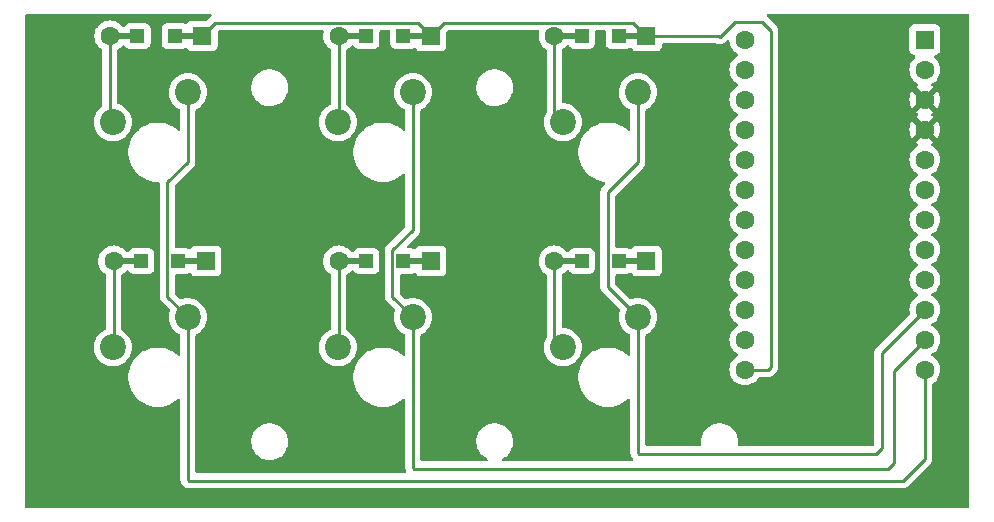
<source format=gbl>
%TF.GenerationSoftware,KiCad,Pcbnew,(6.0.4)*%
%TF.CreationDate,2022-04-14T11:49:59+05:30*%
%TF.ProjectId,6keymacro,366b6579-6d61-4637-926f-2e6b69636164,rev?*%
%TF.SameCoordinates,Original*%
%TF.FileFunction,Copper,L2,Bot*%
%TF.FilePolarity,Positive*%
%FSLAX46Y46*%
G04 Gerber Fmt 4.6, Leading zero omitted, Abs format (unit mm)*
G04 Created by KiCad (PCBNEW (6.0.4)) date 2022-04-14 11:49:59*
%MOMM*%
%LPD*%
G01*
G04 APERTURE LIST*
%TA.AperFunction,ComponentPad*%
%ADD10C,2.200000*%
%TD*%
%TA.AperFunction,SMDPad,CuDef*%
%ADD11R,1.200000X1.200000*%
%TD*%
%TA.AperFunction,SMDPad,CuDef*%
%ADD12R,2.500000X0.500000*%
%TD*%
%TA.AperFunction,ComponentPad*%
%ADD13R,1.600000X1.600000*%
%TD*%
%TA.AperFunction,ComponentPad*%
%ADD14C,1.600000*%
%TD*%
%TA.AperFunction,Conductor*%
%ADD15C,0.250000*%
%TD*%
G04 APERTURE END LIST*
D10*
%TO.P,K5,1*%
%TO.N,col3*%
X157162500Y-47625000D03*
%TO.P,K5,2*%
%TO.N,Net-(D5-Pad2)*%
X150812500Y-50165000D03*
%TD*%
%TO.P,K4,1*%
%TO.N,col2*%
X138112500Y-66675000D03*
%TO.P,K4,2*%
%TO.N,Net-(D4-Pad2)*%
X131762500Y-69215000D03*
%TD*%
%TO.P,K1,1*%
%TO.N,col1*%
X119062500Y-47625000D03*
%TO.P,K1,2*%
%TO.N,Net-(D1-Pad2)*%
X112712500Y-50165000D03*
%TD*%
%TO.P,K2,1*%
%TO.N,col1*%
X119062500Y-66675000D03*
%TO.P,K2,2*%
%TO.N,Net-(D2-Pad2)*%
X112712500Y-69215000D03*
%TD*%
%TO.P,K3,1*%
%TO.N,col2*%
X138112500Y-47625000D03*
%TO.P,K3,2*%
%TO.N,Net-(D3-Pad2)*%
X131762500Y-50165000D03*
%TD*%
%TO.P,K6,1*%
%TO.N,col3*%
X157162500Y-66675000D03*
%TO.P,K6,2*%
%TO.N,Net-(D6-Pad2)*%
X150812500Y-69215000D03*
%TD*%
D11*
%TO.P,D2,1,K*%
%TO.N,row2*%
X118256250Y-61912500D03*
D12*
X119381250Y-61912500D03*
D13*
X120581250Y-61912500D03*
D11*
%TO.P,D2,2,A*%
%TO.N,Net-(D2-Pad2)*%
X115106250Y-61912500D03*
D12*
X113981250Y-61912500D03*
D14*
X112781250Y-61912500D03*
%TD*%
D13*
%TO.P,D3,1,K*%
%TO.N,row1*%
X139631250Y-42862500D03*
D11*
X137306250Y-42862500D03*
D12*
X138431250Y-42862500D03*
D11*
%TO.P,D3,2,A*%
%TO.N,Net-(D3-Pad2)*%
X134156250Y-42862500D03*
D14*
X131831250Y-42862500D03*
D12*
X133031250Y-42862500D03*
%TD*%
%TO.P,D5,1,K*%
%TO.N,row1*%
X156675000Y-42862500D03*
D13*
X157875000Y-42862500D03*
D11*
X155550000Y-42862500D03*
D12*
%TO.P,D5,2,A*%
%TO.N,Net-(D5-Pad2)*%
X151275000Y-42862500D03*
D14*
X150075000Y-42862500D03*
D11*
X152400000Y-42862500D03*
%TD*%
D13*
%TO.P,D4,1,K*%
%TO.N,row2*%
X139631250Y-61912500D03*
D11*
X137306250Y-61912500D03*
D12*
X138431250Y-61912500D03*
D14*
%TO.P,D4,2,A*%
%TO.N,Net-(D4-Pad2)*%
X131831250Y-61912500D03*
D11*
X134156250Y-61912500D03*
D12*
X133031250Y-61912500D03*
%TD*%
D11*
%TO.P,D6,1,K*%
%TO.N,row2*%
X155550000Y-61912500D03*
D12*
X156675000Y-61912500D03*
D13*
X157875000Y-61912500D03*
D14*
%TO.P,D6,2,A*%
%TO.N,Net-(D6-Pad2)*%
X150075000Y-61912500D03*
D11*
X152400000Y-61912500D03*
D12*
X151275000Y-61912500D03*
%TD*%
%TO.P,D1,1,K*%
%TO.N,row1*%
X119062500Y-42862500D03*
D11*
X117937500Y-42862500D03*
D13*
X120262500Y-42862500D03*
D11*
%TO.P,D1,2,A*%
%TO.N,Net-(D1-Pad2)*%
X114787500Y-42862500D03*
D12*
X113662500Y-42862500D03*
D14*
X112462500Y-42862500D03*
%TD*%
D13*
%TO.P,U1,1,TX*%
%TO.N,unconnected-(U1-Pad1)*%
X181451250Y-43180000D03*
D14*
%TO.P,U1,2,RX*%
%TO.N,unconnected-(U1-Pad2)*%
X181451250Y-45720000D03*
%TO.P,U1,3,GND*%
%TO.N,+5V*%
X181451250Y-48260000D03*
%TO.P,U1,4,GND*%
X181451250Y-50800000D03*
%TO.P,U1,5,SDA*%
%TO.N,unconnected-(U1-Pad5)*%
X181451250Y-53340000D03*
%TO.P,U1,6,SCL*%
%TO.N,unconnected-(U1-Pad6)*%
X181451250Y-55880000D03*
%TO.P,U1,7,D4*%
%TO.N,unconnected-(U1-Pad7)*%
X181451250Y-58420000D03*
%TO.P,U1,8,C6*%
%TO.N,unconnected-(U1-Pad8)*%
X181451250Y-60960000D03*
%TO.P,U1,9,D7*%
%TO.N,unconnected-(U1-Pad9)*%
X181451250Y-63500000D03*
%TO.P,U1,10,E6*%
%TO.N,col3*%
X181451250Y-66040000D03*
%TO.P,U1,11,B4*%
%TO.N,col2*%
X181451250Y-68580000D03*
%TO.P,U1,12,B5*%
%TO.N,col1*%
X181451250Y-71120000D03*
%TO.P,U1,13,B6*%
%TO.N,row1*%
X166211250Y-71120000D03*
%TO.P,U1,14,B2*%
%TO.N,row2*%
X166211250Y-68580000D03*
%TO.P,U1,15,B3*%
%TO.N,unconnected-(U1-Pad15)*%
X166211250Y-66040000D03*
%TO.P,U1,16,B1*%
%TO.N,unconnected-(U1-Pad16)*%
X166211250Y-63500000D03*
%TO.P,U1,17,F7*%
%TO.N,unconnected-(U1-Pad17)*%
X166211250Y-60960000D03*
%TO.P,U1,18,F6*%
%TO.N,unconnected-(U1-Pad18)*%
X166211250Y-58420000D03*
%TO.P,U1,19,F5*%
%TO.N,unconnected-(U1-Pad19)*%
X166211250Y-55880000D03*
%TO.P,U1,20,F4*%
%TO.N,unconnected-(U1-Pad20)*%
X166211250Y-53340000D03*
%TO.P,U1,21,VCC*%
%TO.N,unconnected-(U1-Pad21)*%
X166211250Y-50800000D03*
%TO.P,U1,22,RST*%
%TO.N,unconnected-(U1-Pad22)*%
X166211250Y-48260000D03*
%TO.P,U1,23,GND*%
%TO.N,unconnected-(U1-Pad23)*%
X166211250Y-45720000D03*
%TO.P,U1,24,RAW*%
%TO.N,unconnected-(U1-Pad24)*%
X166211250Y-43180000D03*
%TD*%
D15*
%TO.N,Net-(D1-Pad2)*%
X112712500Y-43112500D02*
X112462500Y-42862500D01*
X112462500Y-42862500D02*
X112462500Y-49915000D01*
X112462500Y-49915000D02*
X112712500Y-50165000D01*
%TO.N,row1*%
X140755761Y-41737989D02*
X156750489Y-41737989D01*
X157875000Y-42862500D02*
X164020500Y-42862500D01*
X120262500Y-42862500D02*
X121387011Y-41737989D01*
X138506739Y-41737989D02*
X139631250Y-42862500D01*
X168402000Y-70866000D02*
X168148000Y-71120000D01*
X121387011Y-41737989D02*
X138506739Y-41737989D01*
X156750489Y-41737989D02*
X157875000Y-42862500D01*
X139631250Y-42862500D02*
X140755761Y-41737989D01*
X164084000Y-42926000D02*
X165354000Y-41656000D01*
X168402000Y-42418000D02*
X168402000Y-70866000D01*
X168148000Y-71120000D02*
X166211250Y-71120000D01*
X167640000Y-41656000D02*
X168402000Y-42418000D01*
X165354000Y-41656000D02*
X167640000Y-41656000D01*
X164020500Y-42862500D02*
X164084000Y-42926000D01*
%TO.N,Net-(D2-Pad2)*%
X112712500Y-61981250D02*
X112781250Y-61912500D01*
X112781250Y-69146250D02*
X112712500Y-69215000D01*
X112781250Y-61912500D02*
X112781250Y-69146250D01*
%TO.N,Net-(D3-Pad2)*%
X131762500Y-42931250D02*
X131831250Y-42862500D01*
X131831250Y-42862500D02*
X131831250Y-50096250D01*
X131831250Y-50096250D02*
X131762500Y-50165000D01*
%TO.N,Net-(D4-Pad2)*%
X131762500Y-61981250D02*
X131831250Y-61912500D01*
X131831250Y-69146250D02*
X131762500Y-69215000D01*
X131831250Y-61912500D02*
X131831250Y-69146250D01*
%TO.N,Net-(D5-Pad2)*%
X150075000Y-49427500D02*
X150812500Y-50165000D01*
X150075000Y-42862500D02*
X150075000Y-49427500D01*
%TO.N,Net-(D6-Pad2)*%
X150075000Y-68477500D02*
X150812500Y-69215000D01*
X150075000Y-61912500D02*
X150075000Y-68477500D01*
%TO.N,col1*%
X119126000Y-80518000D02*
X179578000Y-80518000D01*
X117331739Y-64944239D02*
X119062500Y-66675000D01*
X119062500Y-47625000D02*
X119062500Y-53523081D01*
X179578000Y-80518000D02*
X181451250Y-78644750D01*
X181451250Y-78644750D02*
X181451250Y-71120000D01*
X119062500Y-80454500D02*
X119126000Y-80518000D01*
X119062500Y-66675000D02*
X119062500Y-80454500D01*
X117331739Y-55253842D02*
X117331739Y-64944239D01*
X119062500Y-53523081D02*
X117331739Y-55253842D01*
%TO.N,col2*%
X178816000Y-71215250D02*
X181451250Y-68580000D01*
X178308000Y-79502000D02*
X178816000Y-78994000D01*
X138176000Y-79502000D02*
X178308000Y-79502000D01*
X138112500Y-47625000D02*
X138112500Y-59257228D01*
X138112500Y-66675000D02*
X138112500Y-79438500D01*
X138112500Y-59257228D02*
X136381739Y-60987989D01*
X138112500Y-79438500D02*
X138176000Y-79502000D01*
X178816000Y-78994000D02*
X178816000Y-71215250D01*
X136381739Y-60987989D02*
X136381739Y-64944239D01*
X136381739Y-64944239D02*
X138112500Y-66675000D01*
%TO.N,col3*%
X157226000Y-78232000D02*
X177292000Y-78232000D01*
X157162500Y-47625000D02*
X157162500Y-53523081D01*
X177800000Y-77724000D02*
X177800000Y-69691250D01*
X177800000Y-69691250D02*
X181451250Y-66040000D01*
X157162500Y-53523081D02*
X154625489Y-56060092D01*
X157162500Y-66675000D02*
X157162500Y-78168500D01*
X157162500Y-78168500D02*
X157226000Y-78232000D01*
X177292000Y-78232000D02*
X177800000Y-77724000D01*
X154625489Y-56060092D02*
X154625489Y-64137989D01*
X154625489Y-64137989D02*
X157162500Y-66675000D01*
%TD*%
%TA.AperFunction,Conductor*%
%TO.N,+5V*%
G36*
X121015261Y-41009752D02*
G01*
X121061754Y-41063408D01*
X121071858Y-41133682D01*
X121042364Y-41198262D01*
X121011278Y-41224204D01*
X120995649Y-41233447D01*
X120981328Y-41247768D01*
X120966295Y-41260608D01*
X120949904Y-41272517D01*
X120941228Y-41283005D01*
X120921713Y-41306594D01*
X120913723Y-41315373D01*
X120712001Y-41517095D01*
X120649689Y-41551121D01*
X120622906Y-41554000D01*
X119414366Y-41554000D01*
X119352184Y-41560755D01*
X119215795Y-41611885D01*
X119099239Y-41699239D01*
X119011885Y-41815795D01*
X119010510Y-41814764D01*
X118967724Y-41857456D01*
X118898334Y-41872471D01*
X118831898Y-41847629D01*
X118784205Y-41811885D01*
X118647816Y-41760755D01*
X118585634Y-41754000D01*
X117289366Y-41754000D01*
X117227184Y-41760755D01*
X117090795Y-41811885D01*
X116974239Y-41899239D01*
X116886885Y-42015795D01*
X116835755Y-42152184D01*
X116829000Y-42214366D01*
X116829000Y-43510634D01*
X116835755Y-43572816D01*
X116886885Y-43709205D01*
X116974239Y-43825761D01*
X117090795Y-43913115D01*
X117227184Y-43964245D01*
X117289366Y-43971000D01*
X118585634Y-43971000D01*
X118647816Y-43964245D01*
X118784205Y-43913115D01*
X118831898Y-43877371D01*
X118898401Y-43852524D01*
X118967784Y-43867576D01*
X119010512Y-43910234D01*
X119011885Y-43909205D01*
X119099239Y-44025761D01*
X119215795Y-44113115D01*
X119352184Y-44164245D01*
X119414366Y-44171000D01*
X121110634Y-44171000D01*
X121172816Y-44164245D01*
X121309205Y-44113115D01*
X121425761Y-44025761D01*
X121513115Y-43909205D01*
X121564245Y-43772816D01*
X121571000Y-43710634D01*
X121571000Y-42502094D01*
X121591002Y-42433973D01*
X121607905Y-42412999D01*
X121612510Y-42408394D01*
X121674822Y-42374368D01*
X121701605Y-42371489D01*
X130443951Y-42371489D01*
X130512072Y-42391491D01*
X130558565Y-42445147D01*
X130568669Y-42515421D01*
X130565660Y-42530093D01*
X130537707Y-42634413D01*
X130517752Y-42862500D01*
X130537707Y-43090587D01*
X130539131Y-43095900D01*
X130539131Y-43095902D01*
X130574160Y-43226629D01*
X130596966Y-43311743D01*
X130599289Y-43316724D01*
X130599289Y-43316725D01*
X130691401Y-43514262D01*
X130691404Y-43514267D01*
X130693727Y-43519249D01*
X130731235Y-43572816D01*
X130820849Y-43700797D01*
X130825052Y-43706800D01*
X130986950Y-43868698D01*
X130991458Y-43871855D01*
X130991461Y-43871857D01*
X131144021Y-43978681D01*
X131188349Y-44034138D01*
X131197750Y-44081894D01*
X131197750Y-48573708D01*
X131177748Y-48641829D01*
X131119968Y-48690117D01*
X131034572Y-48725489D01*
X131034568Y-48725491D01*
X131029998Y-48727384D01*
X130814124Y-48859672D01*
X130621602Y-49024102D01*
X130457172Y-49216624D01*
X130324884Y-49432498D01*
X130322991Y-49437068D01*
X130322989Y-49437072D01*
X130237196Y-49644195D01*
X130227995Y-49666409D01*
X130168891Y-49912597D01*
X130149026Y-50165000D01*
X130168891Y-50417403D01*
X130170045Y-50422210D01*
X130170046Y-50422216D01*
X130189306Y-50502438D01*
X130227995Y-50663591D01*
X130229888Y-50668162D01*
X130229889Y-50668164D01*
X130321280Y-50888800D01*
X130324884Y-50897502D01*
X130457172Y-51113376D01*
X130621602Y-51305898D01*
X130814124Y-51470328D01*
X131029998Y-51602616D01*
X131034568Y-51604509D01*
X131034572Y-51604511D01*
X131140040Y-51648197D01*
X131263909Y-51699505D01*
X131348532Y-51719821D01*
X131505284Y-51757454D01*
X131505290Y-51757455D01*
X131510097Y-51758609D01*
X131762500Y-51778474D01*
X132014903Y-51758609D01*
X132019710Y-51757455D01*
X132019716Y-51757454D01*
X132176468Y-51719821D01*
X132261091Y-51699505D01*
X132384960Y-51648197D01*
X132490428Y-51604511D01*
X132490432Y-51604509D01*
X132495002Y-51602616D01*
X132710876Y-51470328D01*
X132903398Y-51305898D01*
X133067828Y-51113376D01*
X133200116Y-50897502D01*
X133203721Y-50888800D01*
X133295111Y-50668164D01*
X133295112Y-50668162D01*
X133297005Y-50663591D01*
X133335694Y-50502438D01*
X133354954Y-50422216D01*
X133354955Y-50422210D01*
X133356109Y-50417403D01*
X133375974Y-50165000D01*
X133356109Y-49912597D01*
X133297005Y-49666409D01*
X133287804Y-49644195D01*
X133202011Y-49437072D01*
X133202009Y-49437068D01*
X133200116Y-49432498D01*
X133067828Y-49216624D01*
X132903398Y-49024102D01*
X132710876Y-48859672D01*
X132524914Y-48745714D01*
X132477284Y-48693067D01*
X132464750Y-48638282D01*
X132464750Y-44081894D01*
X132484752Y-44013773D01*
X132518479Y-43978681D01*
X132671039Y-43871857D01*
X132671042Y-43871855D01*
X132675550Y-43868698D01*
X132837448Y-43706800D01*
X132859905Y-43674729D01*
X132915360Y-43630401D01*
X132963117Y-43621000D01*
X132985241Y-43621000D01*
X133053362Y-43641002D01*
X133099855Y-43694658D01*
X133102153Y-43700194D01*
X133102482Y-43700796D01*
X133105635Y-43709205D01*
X133192989Y-43825761D01*
X133309545Y-43913115D01*
X133445934Y-43964245D01*
X133508116Y-43971000D01*
X134804384Y-43971000D01*
X134866566Y-43964245D01*
X135002955Y-43913115D01*
X135119511Y-43825761D01*
X135206865Y-43709205D01*
X135257995Y-43572816D01*
X135264750Y-43510634D01*
X135264750Y-42497489D01*
X135284752Y-42429368D01*
X135338408Y-42382875D01*
X135390750Y-42371489D01*
X136071750Y-42371489D01*
X136139871Y-42391491D01*
X136186364Y-42445147D01*
X136197750Y-42497489D01*
X136197750Y-43510634D01*
X136204505Y-43572816D01*
X136255635Y-43709205D01*
X136342989Y-43825761D01*
X136459545Y-43913115D01*
X136595934Y-43964245D01*
X136658116Y-43971000D01*
X137954384Y-43971000D01*
X138016566Y-43964245D01*
X138152955Y-43913115D01*
X138200648Y-43877371D01*
X138267151Y-43852524D01*
X138336534Y-43867576D01*
X138379262Y-43910234D01*
X138380635Y-43909205D01*
X138467989Y-44025761D01*
X138584545Y-44113115D01*
X138720934Y-44164245D01*
X138783116Y-44171000D01*
X140479384Y-44171000D01*
X140541566Y-44164245D01*
X140677955Y-44113115D01*
X140794511Y-44025761D01*
X140881865Y-43909205D01*
X140932995Y-43772816D01*
X140939750Y-43710634D01*
X140939750Y-42502094D01*
X140959752Y-42433973D01*
X140976655Y-42412999D01*
X140981260Y-42408394D01*
X141043572Y-42374368D01*
X141070355Y-42371489D01*
X148687701Y-42371489D01*
X148755822Y-42391491D01*
X148802315Y-42445147D01*
X148812419Y-42515421D01*
X148809410Y-42530093D01*
X148781457Y-42634413D01*
X148761502Y-42862500D01*
X148781457Y-43090587D01*
X148782881Y-43095900D01*
X148782881Y-43095902D01*
X148817910Y-43226629D01*
X148840716Y-43311743D01*
X148843039Y-43316724D01*
X148843039Y-43316725D01*
X148935151Y-43514262D01*
X148935154Y-43514267D01*
X148937477Y-43519249D01*
X148974985Y-43572816D01*
X149064599Y-43700797D01*
X149068802Y-43706800D01*
X149230700Y-43868698D01*
X149235208Y-43871855D01*
X149235211Y-43871857D01*
X149387771Y-43978681D01*
X149432099Y-44034138D01*
X149441500Y-44081894D01*
X149441500Y-49288254D01*
X149422933Y-49354089D01*
X149377470Y-49428278D01*
X149374884Y-49432498D01*
X149372991Y-49437068D01*
X149372989Y-49437072D01*
X149287196Y-49644195D01*
X149277995Y-49666409D01*
X149218891Y-49912597D01*
X149199026Y-50165000D01*
X149218891Y-50417403D01*
X149220045Y-50422210D01*
X149220046Y-50422216D01*
X149239306Y-50502438D01*
X149277995Y-50663591D01*
X149279888Y-50668162D01*
X149279889Y-50668164D01*
X149371280Y-50888800D01*
X149374884Y-50897502D01*
X149507172Y-51113376D01*
X149671602Y-51305898D01*
X149864124Y-51470328D01*
X150079998Y-51602616D01*
X150084568Y-51604509D01*
X150084572Y-51604511D01*
X150190040Y-51648197D01*
X150313909Y-51699505D01*
X150398532Y-51719821D01*
X150555284Y-51757454D01*
X150555290Y-51757455D01*
X150560097Y-51758609D01*
X150812500Y-51778474D01*
X151064903Y-51758609D01*
X151069710Y-51757455D01*
X151069716Y-51757454D01*
X151226468Y-51719821D01*
X151311091Y-51699505D01*
X151434960Y-51648197D01*
X151540428Y-51604511D01*
X151540432Y-51604509D01*
X151545002Y-51602616D01*
X151760876Y-51470328D01*
X151953398Y-51305898D01*
X152117828Y-51113376D01*
X152250116Y-50897502D01*
X152253721Y-50888800D01*
X152345111Y-50668164D01*
X152345112Y-50668162D01*
X152347005Y-50663591D01*
X152385694Y-50502438D01*
X152404954Y-50422216D01*
X152404955Y-50422210D01*
X152406109Y-50417403D01*
X152425974Y-50165000D01*
X152406109Y-49912597D01*
X152347005Y-49666409D01*
X152337804Y-49644195D01*
X152252011Y-49437072D01*
X152252009Y-49437068D01*
X152250116Y-49432498D01*
X152117828Y-49216624D01*
X151953398Y-49024102D01*
X151760876Y-48859672D01*
X151545002Y-48727384D01*
X151540432Y-48725491D01*
X151540428Y-48725489D01*
X151315664Y-48632389D01*
X151315662Y-48632388D01*
X151311091Y-48630495D01*
X151195999Y-48602864D01*
X151069716Y-48572546D01*
X151069710Y-48572545D01*
X151064903Y-48571391D01*
X150956839Y-48562886D01*
X150824614Y-48552479D01*
X150758272Y-48527193D01*
X150716133Y-48470055D01*
X150708500Y-48426867D01*
X150708500Y-44081894D01*
X150728502Y-44013773D01*
X150762229Y-43978681D01*
X150914789Y-43871857D01*
X150914792Y-43871855D01*
X150919300Y-43868698D01*
X151081198Y-43706800D01*
X151103655Y-43674729D01*
X151159110Y-43630401D01*
X151206867Y-43621000D01*
X151228991Y-43621000D01*
X151297112Y-43641002D01*
X151343605Y-43694658D01*
X151345903Y-43700194D01*
X151346232Y-43700796D01*
X151349385Y-43709205D01*
X151436739Y-43825761D01*
X151553295Y-43913115D01*
X151689684Y-43964245D01*
X151751866Y-43971000D01*
X153048134Y-43971000D01*
X153110316Y-43964245D01*
X153246705Y-43913115D01*
X153363261Y-43825761D01*
X153450615Y-43709205D01*
X153501745Y-43572816D01*
X153508500Y-43510634D01*
X153508500Y-42497489D01*
X153528502Y-42429368D01*
X153582158Y-42382875D01*
X153634500Y-42371489D01*
X154315500Y-42371489D01*
X154383621Y-42391491D01*
X154430114Y-42445147D01*
X154441500Y-42497489D01*
X154441500Y-43510634D01*
X154448255Y-43572816D01*
X154499385Y-43709205D01*
X154586739Y-43825761D01*
X154703295Y-43913115D01*
X154839684Y-43964245D01*
X154901866Y-43971000D01*
X156198134Y-43971000D01*
X156260316Y-43964245D01*
X156396705Y-43913115D01*
X156444398Y-43877371D01*
X156510901Y-43852524D01*
X156580284Y-43867576D01*
X156623012Y-43910234D01*
X156624385Y-43909205D01*
X156711739Y-44025761D01*
X156828295Y-44113115D01*
X156964684Y-44164245D01*
X157026866Y-44171000D01*
X158723134Y-44171000D01*
X158785316Y-44164245D01*
X158921705Y-44113115D01*
X159038261Y-44025761D01*
X159125615Y-43909205D01*
X159176745Y-43772816D01*
X159183500Y-43710634D01*
X159183500Y-43622000D01*
X159203502Y-43553879D01*
X159257158Y-43507386D01*
X159309500Y-43496000D01*
X163777035Y-43496000D01*
X163834237Y-43509733D01*
X163860634Y-43523183D01*
X163860636Y-43523184D01*
X163867704Y-43526785D01*
X163875749Y-43528583D01*
X163898294Y-43535909D01*
X163905855Y-43539181D01*
X163951887Y-43546472D01*
X163961326Y-43547967D01*
X163969101Y-43549451D01*
X163991144Y-43554378D01*
X164023909Y-43561702D01*
X164031832Y-43561453D01*
X164031833Y-43561453D01*
X164031894Y-43561451D01*
X164032144Y-43561443D01*
X164055815Y-43562933D01*
X164056111Y-43562980D01*
X164056114Y-43562980D01*
X164063943Y-43564220D01*
X164071835Y-43563474D01*
X164071836Y-43563474D01*
X164119858Y-43558935D01*
X164127755Y-43558438D01*
X164168254Y-43557165D01*
X164183889Y-43556673D01*
X164191796Y-43554376D01*
X164215087Y-43549933D01*
X164223293Y-43549157D01*
X164276158Y-43530124D01*
X164283675Y-43527682D01*
X164337593Y-43512018D01*
X164344416Y-43507983D01*
X164344420Y-43507981D01*
X164344688Y-43507823D01*
X164366132Y-43497733D01*
X164366420Y-43497629D01*
X164366427Y-43497625D01*
X164373889Y-43494939D01*
X164420350Y-43463364D01*
X164427035Y-43459122D01*
X164468536Y-43434579D01*
X164468537Y-43434578D01*
X164475362Y-43430542D01*
X164481179Y-43424725D01*
X164499453Y-43409607D01*
X164499711Y-43409432D01*
X164499715Y-43409428D01*
X164506271Y-43404973D01*
X164543426Y-43362829D01*
X164548845Y-43357059D01*
X164692861Y-43213043D01*
X164755173Y-43179017D01*
X164825988Y-43184082D01*
X164882824Y-43226629D01*
X164907477Y-43291157D01*
X164917227Y-43402606D01*
X164917228Y-43402611D01*
X164917707Y-43408087D01*
X164919131Y-43413400D01*
X164919131Y-43413402D01*
X164958802Y-43561453D01*
X164976966Y-43629243D01*
X164979289Y-43634224D01*
X164979289Y-43634225D01*
X165071401Y-43831762D01*
X165071404Y-43831767D01*
X165073727Y-43836749D01*
X165125182Y-43910234D01*
X165201048Y-44018581D01*
X165205052Y-44024300D01*
X165366950Y-44186198D01*
X165371458Y-44189355D01*
X165371461Y-44189357D01*
X165412792Y-44218297D01*
X165554501Y-44317523D01*
X165559483Y-44319846D01*
X165559488Y-44319849D01*
X165593707Y-44335805D01*
X165646992Y-44382722D01*
X165666453Y-44450999D01*
X165645911Y-44518959D01*
X165593707Y-44564195D01*
X165559488Y-44580151D01*
X165559483Y-44580154D01*
X165554501Y-44582477D01*
X165449639Y-44655902D01*
X165371461Y-44710643D01*
X165371458Y-44710645D01*
X165366950Y-44713802D01*
X165205052Y-44875700D01*
X165073727Y-45063251D01*
X165071404Y-45068233D01*
X165071401Y-45068238D01*
X164979289Y-45265775D01*
X164976966Y-45270757D01*
X164917707Y-45491913D01*
X164897752Y-45720000D01*
X164917707Y-45948087D01*
X164919131Y-45953400D01*
X164919131Y-45953402D01*
X164934810Y-46011914D01*
X164976966Y-46169243D01*
X164979289Y-46174224D01*
X164979289Y-46174225D01*
X165071401Y-46371762D01*
X165071404Y-46371767D01*
X165073727Y-46376749D01*
X165205052Y-46564300D01*
X165366950Y-46726198D01*
X165371458Y-46729355D01*
X165371461Y-46729357D01*
X165449639Y-46784098D01*
X165554501Y-46857523D01*
X165559483Y-46859846D01*
X165559488Y-46859849D01*
X165593707Y-46875805D01*
X165646992Y-46922722D01*
X165666453Y-46990999D01*
X165645911Y-47058959D01*
X165593707Y-47104195D01*
X165559488Y-47120151D01*
X165559483Y-47120154D01*
X165554501Y-47122477D01*
X165497330Y-47162509D01*
X165371461Y-47250643D01*
X165371458Y-47250645D01*
X165366950Y-47253802D01*
X165205052Y-47415700D01*
X165201895Y-47420208D01*
X165201893Y-47420211D01*
X165188060Y-47439967D01*
X165073727Y-47603251D01*
X165071404Y-47608233D01*
X165071401Y-47608238D01*
X165071284Y-47608489D01*
X164976966Y-47810757D01*
X164975544Y-47816065D01*
X164975543Y-47816067D01*
X164947802Y-47919596D01*
X164917707Y-48031913D01*
X164897752Y-48260000D01*
X164917707Y-48488087D01*
X164919131Y-48493400D01*
X164919131Y-48493402D01*
X164972632Y-48693067D01*
X164976966Y-48709243D01*
X164979289Y-48714224D01*
X164979289Y-48714225D01*
X165071401Y-48911762D01*
X165071404Y-48911767D01*
X165073727Y-48916749D01*
X165205052Y-49104300D01*
X165366950Y-49266198D01*
X165371458Y-49269355D01*
X165371461Y-49269357D01*
X165398449Y-49288254D01*
X165554501Y-49397523D01*
X165559483Y-49399846D01*
X165559488Y-49399849D01*
X165593707Y-49415805D01*
X165646992Y-49462722D01*
X165666453Y-49530999D01*
X165645911Y-49598959D01*
X165593707Y-49644195D01*
X165559488Y-49660151D01*
X165559483Y-49660154D01*
X165554501Y-49662477D01*
X165497330Y-49702509D01*
X165371461Y-49790643D01*
X165371458Y-49790645D01*
X165366950Y-49793802D01*
X165205052Y-49955700D01*
X165073727Y-50143251D01*
X165071404Y-50148233D01*
X165071401Y-50148238D01*
X164979289Y-50345775D01*
X164976966Y-50350757D01*
X164975544Y-50356065D01*
X164975543Y-50356067D01*
X164954269Y-50435461D01*
X164917707Y-50571913D01*
X164897752Y-50800000D01*
X164917707Y-51028087D01*
X164919131Y-51033400D01*
X164919131Y-51033402D01*
X164956275Y-51172022D01*
X164976966Y-51249243D01*
X164979289Y-51254224D01*
X164979289Y-51254225D01*
X165071401Y-51451762D01*
X165071404Y-51451767D01*
X165073727Y-51456749D01*
X165085043Y-51472910D01*
X165198415Y-51634821D01*
X165205052Y-51644300D01*
X165366950Y-51806198D01*
X165371458Y-51809355D01*
X165371461Y-51809357D01*
X165449639Y-51864098D01*
X165554501Y-51937523D01*
X165559483Y-51939846D01*
X165559488Y-51939849D01*
X165593707Y-51955805D01*
X165646992Y-52002722D01*
X165666453Y-52070999D01*
X165645911Y-52138959D01*
X165593707Y-52184195D01*
X165559488Y-52200151D01*
X165559483Y-52200154D01*
X165554501Y-52202477D01*
X165514923Y-52230190D01*
X165371461Y-52330643D01*
X165371458Y-52330645D01*
X165366950Y-52333802D01*
X165205052Y-52495700D01*
X165073727Y-52683251D01*
X165071404Y-52688233D01*
X165071401Y-52688238D01*
X164991839Y-52858862D01*
X164976966Y-52890757D01*
X164917707Y-53111913D01*
X164897752Y-53340000D01*
X164917707Y-53568087D01*
X164919131Y-53573400D01*
X164919131Y-53573402D01*
X164973198Y-53775179D01*
X164976966Y-53789243D01*
X164979289Y-53794224D01*
X164979289Y-53794225D01*
X165071401Y-53991762D01*
X165071404Y-53991767D01*
X165073727Y-53996749D01*
X165205052Y-54184300D01*
X165366950Y-54346198D01*
X165371458Y-54349355D01*
X165371461Y-54349357D01*
X165449639Y-54404098D01*
X165554501Y-54477523D01*
X165559483Y-54479846D01*
X165559488Y-54479849D01*
X165593707Y-54495805D01*
X165646992Y-54542722D01*
X165666453Y-54610999D01*
X165645911Y-54678959D01*
X165593707Y-54724195D01*
X165559488Y-54740151D01*
X165559483Y-54740154D01*
X165554501Y-54742477D01*
X165449639Y-54815902D01*
X165371461Y-54870643D01*
X165371458Y-54870645D01*
X165366950Y-54873802D01*
X165205052Y-55035700D01*
X165073727Y-55223251D01*
X165071404Y-55228233D01*
X165071401Y-55228238D01*
X165011632Y-55356414D01*
X164976966Y-55430757D01*
X164917707Y-55651913D01*
X164897752Y-55880000D01*
X164917707Y-56108087D01*
X164976966Y-56329243D01*
X164979289Y-56334224D01*
X164979289Y-56334225D01*
X165071401Y-56531762D01*
X165071404Y-56531767D01*
X165073727Y-56536749D01*
X165205052Y-56724300D01*
X165366950Y-56886198D01*
X165371458Y-56889355D01*
X165371461Y-56889357D01*
X165449639Y-56944098D01*
X165554501Y-57017523D01*
X165559483Y-57019846D01*
X165559488Y-57019849D01*
X165593707Y-57035805D01*
X165646992Y-57082722D01*
X165666453Y-57150999D01*
X165645911Y-57218959D01*
X165593707Y-57264195D01*
X165559488Y-57280151D01*
X165559483Y-57280154D01*
X165554501Y-57282477D01*
X165449639Y-57355902D01*
X165371461Y-57410643D01*
X165371458Y-57410645D01*
X165366950Y-57413802D01*
X165205052Y-57575700D01*
X165073727Y-57763251D01*
X165071404Y-57768233D01*
X165071401Y-57768238D01*
X164979289Y-57965775D01*
X164976966Y-57970757D01*
X164917707Y-58191913D01*
X164897752Y-58420000D01*
X164917707Y-58648087D01*
X164976966Y-58869243D01*
X164979289Y-58874224D01*
X164979289Y-58874225D01*
X165071401Y-59071762D01*
X165071404Y-59071767D01*
X165073727Y-59076749D01*
X165205052Y-59264300D01*
X165366950Y-59426198D01*
X165371458Y-59429355D01*
X165371461Y-59429357D01*
X165380053Y-59435373D01*
X165554501Y-59557523D01*
X165559483Y-59559846D01*
X165559488Y-59559849D01*
X165593707Y-59575805D01*
X165646992Y-59622722D01*
X165666453Y-59690999D01*
X165645911Y-59758959D01*
X165593707Y-59804195D01*
X165559488Y-59820151D01*
X165559483Y-59820154D01*
X165554501Y-59822477D01*
X165449639Y-59895902D01*
X165371461Y-59950643D01*
X165371458Y-59950645D01*
X165366950Y-59953802D01*
X165205052Y-60115700D01*
X165073727Y-60303251D01*
X165071404Y-60308233D01*
X165071401Y-60308238D01*
X164979289Y-60505775D01*
X164976966Y-60510757D01*
X164975544Y-60516065D01*
X164975543Y-60516067D01*
X164936958Y-60660068D01*
X164917707Y-60731913D01*
X164897752Y-60960000D01*
X164917707Y-61188087D01*
X164919131Y-61193400D01*
X164919131Y-61193402D01*
X164939062Y-61267783D01*
X164976966Y-61409243D01*
X164979289Y-61414224D01*
X164979289Y-61414225D01*
X165071401Y-61611762D01*
X165071404Y-61611767D01*
X165073727Y-61616749D01*
X165205052Y-61804300D01*
X165366950Y-61966198D01*
X165371458Y-61969355D01*
X165371461Y-61969357D01*
X165449639Y-62024098D01*
X165554501Y-62097523D01*
X165559483Y-62099846D01*
X165559488Y-62099849D01*
X165593707Y-62115805D01*
X165646992Y-62162722D01*
X165666453Y-62230999D01*
X165645911Y-62298959D01*
X165593707Y-62344195D01*
X165559488Y-62360151D01*
X165559483Y-62360154D01*
X165554501Y-62362477D01*
X165449639Y-62435902D01*
X165371461Y-62490643D01*
X165371458Y-62490645D01*
X165366950Y-62493802D01*
X165205052Y-62655700D01*
X165201895Y-62660208D01*
X165201893Y-62660211D01*
X165147152Y-62738389D01*
X165073727Y-62843251D01*
X165071404Y-62848233D01*
X165071401Y-62848238D01*
X165020345Y-62957729D01*
X164976966Y-63050757D01*
X164975544Y-63056065D01*
X164975543Y-63056067D01*
X164931448Y-63220631D01*
X164917707Y-63271913D01*
X164897752Y-63500000D01*
X164917707Y-63728087D01*
X164919131Y-63733400D01*
X164919131Y-63733402D01*
X164943245Y-63823394D01*
X164976966Y-63949243D01*
X164979289Y-63954224D01*
X164979289Y-63954225D01*
X165071401Y-64151762D01*
X165071404Y-64151767D01*
X165073727Y-64156749D01*
X165205052Y-64344300D01*
X165366950Y-64506198D01*
X165371458Y-64509355D01*
X165371461Y-64509357D01*
X165408029Y-64534962D01*
X165554501Y-64637523D01*
X165559483Y-64639846D01*
X165559488Y-64639849D01*
X165593707Y-64655805D01*
X165646992Y-64702722D01*
X165666453Y-64770999D01*
X165645911Y-64838959D01*
X165593707Y-64884195D01*
X165559488Y-64900151D01*
X165559483Y-64900154D01*
X165554501Y-64902477D01*
X165477800Y-64956184D01*
X165371461Y-65030643D01*
X165371458Y-65030645D01*
X165366950Y-65033802D01*
X165205052Y-65195700D01*
X165201895Y-65200208D01*
X165201893Y-65200211D01*
X165178916Y-65233026D01*
X165073727Y-65383251D01*
X165071404Y-65388233D01*
X165071401Y-65388238D01*
X165004880Y-65530894D01*
X164976966Y-65590757D01*
X164975544Y-65596065D01*
X164975543Y-65596067D01*
X164940560Y-65726624D01*
X164917707Y-65811913D01*
X164897752Y-66040000D01*
X164917707Y-66268087D01*
X164919130Y-66273398D01*
X164919131Y-66273402D01*
X164934710Y-66331541D01*
X164976966Y-66489243D01*
X164979289Y-66494224D01*
X164979289Y-66494225D01*
X165071401Y-66691762D01*
X165071404Y-66691767D01*
X165073727Y-66696749D01*
X165205052Y-66884300D01*
X165366950Y-67046198D01*
X165371458Y-67049355D01*
X165371461Y-67049357D01*
X165449639Y-67104098D01*
X165554501Y-67177523D01*
X165559483Y-67179846D01*
X165559488Y-67179849D01*
X165593707Y-67195805D01*
X165646992Y-67242722D01*
X165666453Y-67310999D01*
X165645911Y-67378959D01*
X165593707Y-67424195D01*
X165559488Y-67440151D01*
X165559483Y-67440154D01*
X165554501Y-67442477D01*
X165505387Y-67476867D01*
X165371461Y-67570643D01*
X165371458Y-67570645D01*
X165366950Y-67573802D01*
X165205052Y-67735700D01*
X165201895Y-67740208D01*
X165201893Y-67740211D01*
X165184639Y-67764853D01*
X165073727Y-67923251D01*
X165071404Y-67928233D01*
X165071401Y-67928238D01*
X165004880Y-68070894D01*
X164976966Y-68130757D01*
X164975544Y-68136065D01*
X164975543Y-68136067D01*
X164940560Y-68266624D01*
X164917707Y-68351913D01*
X164897752Y-68580000D01*
X164917707Y-68808087D01*
X164919130Y-68813398D01*
X164919131Y-68813402D01*
X164934710Y-68871541D01*
X164976966Y-69029243D01*
X164979289Y-69034224D01*
X164979289Y-69034225D01*
X165071401Y-69231762D01*
X165071404Y-69231767D01*
X165073727Y-69236749D01*
X165091480Y-69262103D01*
X165196607Y-69412239D01*
X165205052Y-69424300D01*
X165366950Y-69586198D01*
X165371458Y-69589355D01*
X165371461Y-69589357D01*
X165391715Y-69603539D01*
X165554501Y-69717523D01*
X165559483Y-69719846D01*
X165559488Y-69719849D01*
X165593707Y-69735805D01*
X165646992Y-69782722D01*
X165666453Y-69850999D01*
X165645911Y-69918959D01*
X165593707Y-69964195D01*
X165559488Y-69980151D01*
X165559483Y-69980154D01*
X165554501Y-69982477D01*
X165521130Y-70005844D01*
X165371461Y-70110643D01*
X165371458Y-70110645D01*
X165366950Y-70113802D01*
X165205052Y-70275700D01*
X165073727Y-70463251D01*
X165071404Y-70468233D01*
X165071401Y-70468238D01*
X164979289Y-70665775D01*
X164976966Y-70670757D01*
X164975544Y-70676065D01*
X164975543Y-70676067D01*
X164934248Y-70830181D01*
X164917707Y-70891913D01*
X164897752Y-71120000D01*
X164917707Y-71348087D01*
X164919131Y-71353400D01*
X164919131Y-71353402D01*
X164972184Y-71551395D01*
X164976966Y-71569243D01*
X164979289Y-71574224D01*
X164979289Y-71574225D01*
X165071401Y-71771762D01*
X165071404Y-71771767D01*
X165073727Y-71776749D01*
X165205052Y-71964300D01*
X165366950Y-72126198D01*
X165371458Y-72129355D01*
X165371461Y-72129357D01*
X165449639Y-72184098D01*
X165554501Y-72257523D01*
X165559483Y-72259846D01*
X165559488Y-72259849D01*
X165730075Y-72339394D01*
X165762007Y-72354284D01*
X165767315Y-72355706D01*
X165767317Y-72355707D01*
X165977848Y-72412119D01*
X165977850Y-72412119D01*
X165983163Y-72413543D01*
X166211250Y-72433498D01*
X166439337Y-72413543D01*
X166444650Y-72412119D01*
X166444652Y-72412119D01*
X166655183Y-72355707D01*
X166655185Y-72355706D01*
X166660493Y-72354284D01*
X166692425Y-72339394D01*
X166863012Y-72259849D01*
X166863017Y-72259846D01*
X166867999Y-72257523D01*
X166972861Y-72184098D01*
X167051039Y-72129357D01*
X167051042Y-72129355D01*
X167055550Y-72126198D01*
X167217448Y-71964300D01*
X167253494Y-71912821D01*
X167327431Y-71807229D01*
X167382888Y-71762901D01*
X167430644Y-71753500D01*
X168069233Y-71753500D01*
X168080416Y-71754027D01*
X168087909Y-71755702D01*
X168095835Y-71755453D01*
X168095836Y-71755453D01*
X168155986Y-71753562D01*
X168159945Y-71753500D01*
X168187856Y-71753500D01*
X168191791Y-71753003D01*
X168191856Y-71752995D01*
X168203693Y-71752062D01*
X168235951Y-71751048D01*
X168239970Y-71750922D01*
X168247889Y-71750673D01*
X168267343Y-71745021D01*
X168286700Y-71741013D01*
X168298930Y-71739468D01*
X168298931Y-71739468D01*
X168306797Y-71738474D01*
X168314168Y-71735555D01*
X168314170Y-71735555D01*
X168347912Y-71722196D01*
X168359142Y-71718351D01*
X168393983Y-71708229D01*
X168393984Y-71708229D01*
X168401593Y-71706018D01*
X168408412Y-71701985D01*
X168408417Y-71701983D01*
X168419028Y-71695707D01*
X168436776Y-71687012D01*
X168455617Y-71679552D01*
X168491387Y-71653564D01*
X168501307Y-71647048D01*
X168532535Y-71628580D01*
X168532538Y-71628578D01*
X168539362Y-71624542D01*
X168553683Y-71610221D01*
X168568717Y-71597380D01*
X168568994Y-71597179D01*
X168585107Y-71585472D01*
X168613298Y-71551395D01*
X168621288Y-71542616D01*
X168794247Y-71369657D01*
X168802537Y-71362113D01*
X168809018Y-71358000D01*
X168855659Y-71308332D01*
X168858413Y-71305491D01*
X168878134Y-71285770D01*
X168880612Y-71282575D01*
X168888318Y-71273553D01*
X168913158Y-71247101D01*
X168918586Y-71241321D01*
X168928346Y-71223568D01*
X168939199Y-71207045D01*
X168946753Y-71197306D01*
X168951613Y-71191041D01*
X168969176Y-71150457D01*
X168974383Y-71139827D01*
X168995695Y-71101060D01*
X168997666Y-71093383D01*
X168997668Y-71093378D01*
X169000732Y-71081442D01*
X169007138Y-71062730D01*
X169012033Y-71051419D01*
X169015181Y-71044145D01*
X169016421Y-71036317D01*
X169016423Y-71036310D01*
X169022099Y-71000476D01*
X169024505Y-70988856D01*
X169033528Y-70953711D01*
X169033528Y-70953710D01*
X169035500Y-70946030D01*
X169035500Y-70925776D01*
X169037051Y-70906065D01*
X169038980Y-70893886D01*
X169040220Y-70886057D01*
X169036059Y-70842038D01*
X169035500Y-70830181D01*
X169035500Y-50805475D01*
X180138733Y-50805475D01*
X180157722Y-51022519D01*
X180159625Y-51033312D01*
X180216014Y-51243761D01*
X180219760Y-51254053D01*
X180311836Y-51451511D01*
X180317319Y-51461006D01*
X180353759Y-51513048D01*
X180364238Y-51521424D01*
X180377684Y-51514356D01*
X181079228Y-50812812D01*
X181085606Y-50801132D01*
X181815658Y-50801132D01*
X181815789Y-50802965D01*
X181820040Y-50809580D01*
X182525537Y-51515077D01*
X182537312Y-51521507D01*
X182549327Y-51512211D01*
X182585181Y-51461006D01*
X182590664Y-51451511D01*
X182682740Y-51254053D01*
X182686486Y-51243761D01*
X182742875Y-51033312D01*
X182744778Y-51022519D01*
X182763767Y-50805475D01*
X182763767Y-50794525D01*
X182744778Y-50577481D01*
X182742875Y-50566688D01*
X182686486Y-50356239D01*
X182682740Y-50345947D01*
X182590664Y-50148489D01*
X182585181Y-50138994D01*
X182548741Y-50086952D01*
X182538262Y-50078576D01*
X182524816Y-50085644D01*
X181823272Y-50787188D01*
X181815658Y-50801132D01*
X181085606Y-50801132D01*
X181086842Y-50798868D01*
X181086711Y-50797035D01*
X181082460Y-50790420D01*
X180376963Y-50084923D01*
X180365188Y-50078493D01*
X180353173Y-50087789D01*
X180317319Y-50138994D01*
X180311836Y-50148489D01*
X180219760Y-50345947D01*
X180216014Y-50356239D01*
X180159625Y-50566688D01*
X180157722Y-50577481D01*
X180138733Y-50794525D01*
X180138733Y-50805475D01*
X169035500Y-50805475D01*
X169035500Y-49346062D01*
X180729743Y-49346062D01*
X180739039Y-49358077D01*
X180790244Y-49393931D01*
X180799739Y-49399414D01*
X180834891Y-49415805D01*
X180888176Y-49462722D01*
X180907637Y-49530999D01*
X180887095Y-49598959D01*
X180834891Y-49644195D01*
X180799739Y-49660586D01*
X180790244Y-49666069D01*
X180738202Y-49702509D01*
X180729826Y-49712988D01*
X180736894Y-49726434D01*
X181438438Y-50427978D01*
X181452382Y-50435592D01*
X181454215Y-50435461D01*
X181460830Y-50431210D01*
X182166327Y-49725713D01*
X182172757Y-49713938D01*
X182163461Y-49701923D01*
X182112256Y-49666069D01*
X182102761Y-49660586D01*
X182067609Y-49644195D01*
X182014324Y-49597278D01*
X181994863Y-49529001D01*
X182015405Y-49461041D01*
X182067609Y-49415805D01*
X182102761Y-49399414D01*
X182112256Y-49393931D01*
X182164298Y-49357491D01*
X182172674Y-49347012D01*
X182165606Y-49333566D01*
X181464062Y-48632022D01*
X181450118Y-48624408D01*
X181448285Y-48624539D01*
X181441670Y-48628790D01*
X180736173Y-49334287D01*
X180729743Y-49346062D01*
X169035500Y-49346062D01*
X169035500Y-48265475D01*
X180138733Y-48265475D01*
X180157722Y-48482519D01*
X180159625Y-48493312D01*
X180216014Y-48703761D01*
X180219760Y-48714053D01*
X180311836Y-48911511D01*
X180317319Y-48921006D01*
X180353759Y-48973048D01*
X180364238Y-48981424D01*
X180377684Y-48974356D01*
X181079228Y-48272812D01*
X181085606Y-48261132D01*
X181815658Y-48261132D01*
X181815789Y-48262965D01*
X181820040Y-48269580D01*
X182525537Y-48975077D01*
X182537312Y-48981507D01*
X182549327Y-48972211D01*
X182585181Y-48921006D01*
X182590664Y-48911511D01*
X182682740Y-48714053D01*
X182686486Y-48703761D01*
X182742875Y-48493312D01*
X182744778Y-48482519D01*
X182763767Y-48265475D01*
X182763767Y-48254525D01*
X182744778Y-48037481D01*
X182742875Y-48026688D01*
X182686486Y-47816239D01*
X182682740Y-47805947D01*
X182590664Y-47608489D01*
X182585181Y-47598994D01*
X182548741Y-47546952D01*
X182538262Y-47538576D01*
X182524816Y-47545644D01*
X181823272Y-48247188D01*
X181815658Y-48261132D01*
X181085606Y-48261132D01*
X181086842Y-48258868D01*
X181086711Y-48257035D01*
X181082460Y-48250420D01*
X180376963Y-47544923D01*
X180365188Y-47538493D01*
X180353173Y-47547789D01*
X180317319Y-47598994D01*
X180311836Y-47608489D01*
X180219760Y-47805947D01*
X180216014Y-47816239D01*
X180159625Y-48026688D01*
X180157722Y-48037481D01*
X180138733Y-48254525D01*
X180138733Y-48265475D01*
X169035500Y-48265475D01*
X169035500Y-45720000D01*
X180137752Y-45720000D01*
X180157707Y-45948087D01*
X180159131Y-45953400D01*
X180159131Y-45953402D01*
X180174810Y-46011914D01*
X180216966Y-46169243D01*
X180219289Y-46174224D01*
X180219289Y-46174225D01*
X180311401Y-46371762D01*
X180311404Y-46371767D01*
X180313727Y-46376749D01*
X180445052Y-46564300D01*
X180606950Y-46726198D01*
X180611458Y-46729355D01*
X180611461Y-46729357D01*
X180689639Y-46784098D01*
X180794501Y-46857523D01*
X180799483Y-46859846D01*
X180799488Y-46859849D01*
X180834299Y-46876081D01*
X180887584Y-46922998D01*
X180907045Y-46991275D01*
X180886503Y-47059235D01*
X180834299Y-47104471D01*
X180799739Y-47120586D01*
X180790244Y-47126069D01*
X180738202Y-47162509D01*
X180729826Y-47172988D01*
X180736894Y-47186434D01*
X181438438Y-47887978D01*
X181452382Y-47895592D01*
X181454215Y-47895461D01*
X181460830Y-47891210D01*
X182166327Y-47185713D01*
X182172757Y-47173938D01*
X182163461Y-47161923D01*
X182112256Y-47126069D01*
X182102761Y-47120586D01*
X182068201Y-47104471D01*
X182014916Y-47057554D01*
X181995455Y-46989277D01*
X182015997Y-46921317D01*
X182068201Y-46876081D01*
X182103012Y-46859849D01*
X182103017Y-46859846D01*
X182107999Y-46857523D01*
X182212861Y-46784098D01*
X182291039Y-46729357D01*
X182291042Y-46729355D01*
X182295550Y-46726198D01*
X182457448Y-46564300D01*
X182588773Y-46376749D01*
X182591096Y-46371767D01*
X182591099Y-46371762D01*
X182683211Y-46174225D01*
X182683211Y-46174224D01*
X182685534Y-46169243D01*
X182727691Y-46011914D01*
X182743369Y-45953402D01*
X182743369Y-45953400D01*
X182744793Y-45948087D01*
X182764748Y-45720000D01*
X182744793Y-45491913D01*
X182685534Y-45270757D01*
X182683211Y-45265775D01*
X182591099Y-45068238D01*
X182591096Y-45068233D01*
X182588773Y-45063251D01*
X182457448Y-44875700D01*
X182295550Y-44713802D01*
X182291039Y-44710643D01*
X182286826Y-44707108D01*
X182287777Y-44705974D01*
X182247779Y-44655929D01*
X182240474Y-44585310D01*
X182272508Y-44521951D01*
X182333712Y-44485970D01*
X182350767Y-44482918D01*
X182361566Y-44481745D01*
X182497955Y-44430615D01*
X182614511Y-44343261D01*
X182701865Y-44226705D01*
X182752995Y-44090316D01*
X182759750Y-44028134D01*
X182759750Y-42331866D01*
X182752995Y-42269684D01*
X182701865Y-42133295D01*
X182614511Y-42016739D01*
X182497955Y-41929385D01*
X182361566Y-41878255D01*
X182299384Y-41871500D01*
X180603116Y-41871500D01*
X180540934Y-41878255D01*
X180404545Y-41929385D01*
X180287989Y-42016739D01*
X180200635Y-42133295D01*
X180149505Y-42269684D01*
X180142750Y-42331866D01*
X180142750Y-44028134D01*
X180149505Y-44090316D01*
X180200635Y-44226705D01*
X180287989Y-44343261D01*
X180404545Y-44430615D01*
X180540934Y-44481745D01*
X180551724Y-44482917D01*
X180553856Y-44483803D01*
X180556472Y-44484425D01*
X180556371Y-44484848D01*
X180617285Y-44510155D01*
X180657713Y-44568517D01*
X180660172Y-44639471D01*
X180623879Y-44700490D01*
X180615219Y-44707489D01*
X180611457Y-44710646D01*
X180606950Y-44713802D01*
X180445052Y-44875700D01*
X180313727Y-45063251D01*
X180311404Y-45068233D01*
X180311401Y-45068238D01*
X180219289Y-45265775D01*
X180216966Y-45270757D01*
X180157707Y-45491913D01*
X180137752Y-45720000D01*
X169035500Y-45720000D01*
X169035500Y-42496768D01*
X169036027Y-42485585D01*
X169037702Y-42478092D01*
X169035562Y-42410001D01*
X169035500Y-42406044D01*
X169035500Y-42378144D01*
X169034996Y-42374153D01*
X169034063Y-42362311D01*
X169033000Y-42328469D01*
X169032674Y-42318111D01*
X169030462Y-42310497D01*
X169030461Y-42310492D01*
X169027023Y-42298659D01*
X169023012Y-42279295D01*
X169021467Y-42267064D01*
X169020474Y-42259203D01*
X169017557Y-42251836D01*
X169017556Y-42251831D01*
X169004198Y-42218092D01*
X169000354Y-42206865D01*
X168998232Y-42199561D01*
X168988018Y-42164407D01*
X168977707Y-42146972D01*
X168969012Y-42129224D01*
X168961552Y-42110383D01*
X168942383Y-42083998D01*
X168935564Y-42074613D01*
X168929048Y-42064693D01*
X168910580Y-42033465D01*
X168910578Y-42033462D01*
X168906542Y-42026638D01*
X168892221Y-42012317D01*
X168879380Y-41997283D01*
X168872132Y-41987307D01*
X168867472Y-41980893D01*
X168833407Y-41952712D01*
X168824626Y-41944722D01*
X168143647Y-41263742D01*
X168136113Y-41255463D01*
X168132000Y-41248982D01*
X168087933Y-41207600D01*
X168051967Y-41146388D01*
X168054804Y-41075448D01*
X168095544Y-41017304D01*
X168161252Y-40990415D01*
X168174185Y-40989750D01*
X185103000Y-40989750D01*
X185171121Y-41009752D01*
X185217614Y-41063408D01*
X185229000Y-41115750D01*
X185229000Y-82709250D01*
X185208998Y-82777371D01*
X185155342Y-82823864D01*
X185103000Y-82835250D01*
X105409500Y-82835250D01*
X105341379Y-82815248D01*
X105294886Y-82761592D01*
X105283500Y-82709250D01*
X105283500Y-71912821D01*
X114014000Y-71912821D01*
X114053560Y-72225975D01*
X114132057Y-72531702D01*
X114248253Y-72825179D01*
X114400316Y-73101779D01*
X114585846Y-73357140D01*
X114765077Y-73548001D01*
X114791462Y-73576098D01*
X114801918Y-73587233D01*
X115045125Y-73788432D01*
X115311631Y-73957562D01*
X115315210Y-73959246D01*
X115315217Y-73959250D01*
X115593644Y-74090267D01*
X115593648Y-74090269D01*
X115597234Y-74091956D01*
X115897428Y-74189495D01*
X116207480Y-74248641D01*
X116443662Y-74263500D01*
X116601338Y-74263500D01*
X116837520Y-74248641D01*
X117147572Y-74189495D01*
X117447766Y-74091956D01*
X117451352Y-74090269D01*
X117451356Y-74090267D01*
X117729783Y-73959250D01*
X117729790Y-73959246D01*
X117733369Y-73957562D01*
X117999875Y-73788432D01*
X118087790Y-73715702D01*
X118222684Y-73604108D01*
X118287922Y-73576098D01*
X118357947Y-73587805D01*
X118410526Y-73635512D01*
X118429000Y-73701193D01*
X118429000Y-80375733D01*
X118428473Y-80386916D01*
X118426798Y-80394409D01*
X118427047Y-80402335D01*
X118427047Y-80402336D01*
X118428938Y-80462486D01*
X118429000Y-80466445D01*
X118429000Y-80494356D01*
X118429497Y-80498290D01*
X118429497Y-80498291D01*
X118429505Y-80498356D01*
X118430438Y-80510193D01*
X118431827Y-80554389D01*
X118437478Y-80573839D01*
X118441487Y-80593200D01*
X118444026Y-80613297D01*
X118446945Y-80620668D01*
X118446945Y-80620670D01*
X118460304Y-80654412D01*
X118464149Y-80665642D01*
X118476482Y-80708093D01*
X118480515Y-80714912D01*
X118480517Y-80714917D01*
X118486793Y-80725528D01*
X118495488Y-80743276D01*
X118502948Y-80762117D01*
X118507610Y-80768533D01*
X118507610Y-80768534D01*
X118528936Y-80797887D01*
X118535452Y-80807807D01*
X118557958Y-80845862D01*
X118572279Y-80860183D01*
X118585119Y-80875216D01*
X118597028Y-80891607D01*
X118603137Y-80896661D01*
X118603138Y-80896662D01*
X118621505Y-80911857D01*
X118632843Y-80923195D01*
X118634000Y-80925018D01*
X118639775Y-80930441D01*
X118683667Y-80971658D01*
X118686509Y-80974413D01*
X118706231Y-80994135D01*
X118709355Y-80996558D01*
X118709359Y-80996562D01*
X118709424Y-80996612D01*
X118718445Y-81004317D01*
X118750679Y-81034586D01*
X118757627Y-81038405D01*
X118757629Y-81038407D01*
X118768432Y-81044346D01*
X118784959Y-81055202D01*
X118794698Y-81062757D01*
X118794700Y-81062758D01*
X118800960Y-81067614D01*
X118841540Y-81085174D01*
X118852188Y-81090391D01*
X118876976Y-81104018D01*
X118890940Y-81111695D01*
X118898616Y-81113666D01*
X118898619Y-81113667D01*
X118910562Y-81116733D01*
X118929267Y-81123137D01*
X118947855Y-81131181D01*
X118955678Y-81132420D01*
X118955688Y-81132423D01*
X118991524Y-81138099D01*
X119003144Y-81140505D01*
X119034959Y-81148673D01*
X119045970Y-81151500D01*
X119066224Y-81151500D01*
X119085934Y-81153051D01*
X119105943Y-81156220D01*
X119113835Y-81155474D01*
X119132580Y-81153702D01*
X119149962Y-81152059D01*
X119161819Y-81151500D01*
X179499233Y-81151500D01*
X179510416Y-81152027D01*
X179517909Y-81153702D01*
X179525835Y-81153453D01*
X179525836Y-81153453D01*
X179585986Y-81151562D01*
X179589945Y-81151500D01*
X179617856Y-81151500D01*
X179621791Y-81151003D01*
X179621856Y-81150995D01*
X179633693Y-81150062D01*
X179665951Y-81149048D01*
X179669970Y-81148922D01*
X179677889Y-81148673D01*
X179697343Y-81143021D01*
X179716700Y-81139013D01*
X179728930Y-81137468D01*
X179728931Y-81137468D01*
X179736797Y-81136474D01*
X179744168Y-81133555D01*
X179744170Y-81133555D01*
X179777912Y-81120196D01*
X179789142Y-81116351D01*
X179823983Y-81106229D01*
X179823984Y-81106229D01*
X179831593Y-81104018D01*
X179838412Y-81099985D01*
X179838417Y-81099983D01*
X179849028Y-81093707D01*
X179866776Y-81085012D01*
X179885617Y-81077552D01*
X179921387Y-81051564D01*
X179931307Y-81045048D01*
X179962535Y-81026580D01*
X179962538Y-81026578D01*
X179969362Y-81022542D01*
X179983683Y-81008221D01*
X179998717Y-80995380D01*
X180000431Y-80994135D01*
X180015107Y-80983472D01*
X180043298Y-80949395D01*
X180051288Y-80940616D01*
X181843497Y-79148407D01*
X181851787Y-79140863D01*
X181858268Y-79136750D01*
X181871543Y-79122614D01*
X181904908Y-79087083D01*
X181907663Y-79084241D01*
X181927385Y-79064519D01*
X181929862Y-79061326D01*
X181937567Y-79052305D01*
X181945505Y-79043852D01*
X181967836Y-79020071D01*
X181975481Y-79006165D01*
X181977596Y-79002318D01*
X181988452Y-78985791D01*
X181996007Y-78976052D01*
X181996008Y-78976050D01*
X182000864Y-78969790D01*
X182018420Y-78929220D01*
X182023642Y-78918560D01*
X182041125Y-78886759D01*
X182041126Y-78886757D01*
X182044945Y-78879810D01*
X182049983Y-78860187D01*
X182056387Y-78841484D01*
X182061283Y-78830170D01*
X182061283Y-78830169D01*
X182064431Y-78822895D01*
X182065670Y-78815072D01*
X182065673Y-78815062D01*
X182071349Y-78779226D01*
X182073755Y-78767606D01*
X182082778Y-78732461D01*
X182082778Y-78732460D01*
X182084750Y-78724780D01*
X182084750Y-78704526D01*
X182086301Y-78684815D01*
X182088230Y-78672636D01*
X182089470Y-78664807D01*
X182085309Y-78620788D01*
X182084750Y-78608931D01*
X182084750Y-72339394D01*
X182104752Y-72271273D01*
X182138479Y-72236181D01*
X182291039Y-72129357D01*
X182291042Y-72129355D01*
X182295550Y-72126198D01*
X182457448Y-71964300D01*
X182588773Y-71776749D01*
X182591096Y-71771767D01*
X182591099Y-71771762D01*
X182683211Y-71574225D01*
X182683211Y-71574224D01*
X182685534Y-71569243D01*
X182690317Y-71551395D01*
X182743369Y-71353402D01*
X182743369Y-71353400D01*
X182744793Y-71348087D01*
X182764748Y-71120000D01*
X182744793Y-70891913D01*
X182728252Y-70830181D01*
X182686957Y-70676067D01*
X182686956Y-70676065D01*
X182685534Y-70670757D01*
X182683211Y-70665775D01*
X182591099Y-70468238D01*
X182591096Y-70468233D01*
X182588773Y-70463251D01*
X182457448Y-70275700D01*
X182295550Y-70113802D01*
X182291042Y-70110645D01*
X182291039Y-70110643D01*
X182141370Y-70005844D01*
X182107999Y-69982477D01*
X182103017Y-69980154D01*
X182103012Y-69980151D01*
X182068793Y-69964195D01*
X182015508Y-69917278D01*
X181996047Y-69849001D01*
X182016589Y-69781041D01*
X182068793Y-69735805D01*
X182103012Y-69719849D01*
X182103017Y-69719846D01*
X182107999Y-69717523D01*
X182270785Y-69603539D01*
X182291039Y-69589357D01*
X182291042Y-69589355D01*
X182295550Y-69586198D01*
X182457448Y-69424300D01*
X182465894Y-69412239D01*
X182571020Y-69262103D01*
X182588773Y-69236749D01*
X182591096Y-69231767D01*
X182591099Y-69231762D01*
X182683211Y-69034225D01*
X182683211Y-69034224D01*
X182685534Y-69029243D01*
X182727791Y-68871541D01*
X182743369Y-68813402D01*
X182743370Y-68813398D01*
X182744793Y-68808087D01*
X182764748Y-68580000D01*
X182744793Y-68351913D01*
X182721940Y-68266624D01*
X182686957Y-68136067D01*
X182686956Y-68136065D01*
X182685534Y-68130757D01*
X182657620Y-68070894D01*
X182591099Y-67928238D01*
X182591096Y-67928233D01*
X182588773Y-67923251D01*
X182477861Y-67764853D01*
X182460607Y-67740211D01*
X182460605Y-67740208D01*
X182457448Y-67735700D01*
X182295550Y-67573802D01*
X182291042Y-67570645D01*
X182291039Y-67570643D01*
X182157113Y-67476867D01*
X182107999Y-67442477D01*
X182103017Y-67440154D01*
X182103012Y-67440151D01*
X182068793Y-67424195D01*
X182015508Y-67377278D01*
X181996047Y-67309001D01*
X182016589Y-67241041D01*
X182068793Y-67195805D01*
X182103012Y-67179849D01*
X182103017Y-67179846D01*
X182107999Y-67177523D01*
X182212861Y-67104098D01*
X182291039Y-67049357D01*
X182291042Y-67049355D01*
X182295550Y-67046198D01*
X182457448Y-66884300D01*
X182588773Y-66696749D01*
X182591096Y-66691767D01*
X182591099Y-66691762D01*
X182683211Y-66494225D01*
X182683211Y-66494224D01*
X182685534Y-66489243D01*
X182727791Y-66331541D01*
X182743369Y-66273402D01*
X182743370Y-66273398D01*
X182744793Y-66268087D01*
X182764748Y-66040000D01*
X182744793Y-65811913D01*
X182721940Y-65726624D01*
X182686957Y-65596067D01*
X182686956Y-65596065D01*
X182685534Y-65590757D01*
X182657620Y-65530894D01*
X182591099Y-65388238D01*
X182591096Y-65388233D01*
X182588773Y-65383251D01*
X182483584Y-65233026D01*
X182460607Y-65200211D01*
X182460605Y-65200208D01*
X182457448Y-65195700D01*
X182295550Y-65033802D01*
X182291042Y-65030645D01*
X182291039Y-65030643D01*
X182184700Y-64956184D01*
X182107999Y-64902477D01*
X182103017Y-64900154D01*
X182103012Y-64900151D01*
X182068793Y-64884195D01*
X182015508Y-64837278D01*
X181996047Y-64769001D01*
X182016589Y-64701041D01*
X182068793Y-64655805D01*
X182103012Y-64639849D01*
X182103017Y-64639846D01*
X182107999Y-64637523D01*
X182254471Y-64534962D01*
X182291039Y-64509357D01*
X182291042Y-64509355D01*
X182295550Y-64506198D01*
X182457448Y-64344300D01*
X182588773Y-64156749D01*
X182591096Y-64151767D01*
X182591099Y-64151762D01*
X182683211Y-63954225D01*
X182683211Y-63954224D01*
X182685534Y-63949243D01*
X182719256Y-63823394D01*
X182743369Y-63733402D01*
X182743369Y-63733400D01*
X182744793Y-63728087D01*
X182764748Y-63500000D01*
X182744793Y-63271913D01*
X182731052Y-63220631D01*
X182686957Y-63056067D01*
X182686956Y-63056065D01*
X182685534Y-63050757D01*
X182642155Y-62957729D01*
X182591099Y-62848238D01*
X182591096Y-62848233D01*
X182588773Y-62843251D01*
X182515348Y-62738389D01*
X182460607Y-62660211D01*
X182460605Y-62660208D01*
X182457448Y-62655700D01*
X182295550Y-62493802D01*
X182291042Y-62490645D01*
X182291039Y-62490643D01*
X182212861Y-62435902D01*
X182107999Y-62362477D01*
X182103017Y-62360154D01*
X182103012Y-62360151D01*
X182068793Y-62344195D01*
X182015508Y-62297278D01*
X181996047Y-62229001D01*
X182016589Y-62161041D01*
X182068793Y-62115805D01*
X182103012Y-62099849D01*
X182103017Y-62099846D01*
X182107999Y-62097523D01*
X182212861Y-62024098D01*
X182291039Y-61969357D01*
X182291042Y-61969355D01*
X182295550Y-61966198D01*
X182457448Y-61804300D01*
X182588773Y-61616749D01*
X182591096Y-61611767D01*
X182591099Y-61611762D01*
X182683211Y-61414225D01*
X182683211Y-61414224D01*
X182685534Y-61409243D01*
X182723439Y-61267783D01*
X182743369Y-61193402D01*
X182743369Y-61193400D01*
X182744793Y-61188087D01*
X182764748Y-60960000D01*
X182744793Y-60731913D01*
X182725542Y-60660068D01*
X182686957Y-60516067D01*
X182686956Y-60516065D01*
X182685534Y-60510757D01*
X182683211Y-60505775D01*
X182591099Y-60308238D01*
X182591096Y-60308233D01*
X182588773Y-60303251D01*
X182457448Y-60115700D01*
X182295550Y-59953802D01*
X182291042Y-59950645D01*
X182291039Y-59950643D01*
X182212861Y-59895902D01*
X182107999Y-59822477D01*
X182103017Y-59820154D01*
X182103012Y-59820151D01*
X182068793Y-59804195D01*
X182015508Y-59757278D01*
X181996047Y-59689001D01*
X182016589Y-59621041D01*
X182068793Y-59575805D01*
X182103012Y-59559849D01*
X182103017Y-59559846D01*
X182107999Y-59557523D01*
X182282447Y-59435373D01*
X182291039Y-59429357D01*
X182291042Y-59429355D01*
X182295550Y-59426198D01*
X182457448Y-59264300D01*
X182588773Y-59076749D01*
X182591096Y-59071767D01*
X182591099Y-59071762D01*
X182683211Y-58874225D01*
X182683211Y-58874224D01*
X182685534Y-58869243D01*
X182744793Y-58648087D01*
X182764748Y-58420000D01*
X182744793Y-58191913D01*
X182685534Y-57970757D01*
X182683211Y-57965775D01*
X182591099Y-57768238D01*
X182591096Y-57768233D01*
X182588773Y-57763251D01*
X182457448Y-57575700D01*
X182295550Y-57413802D01*
X182291042Y-57410645D01*
X182291039Y-57410643D01*
X182212861Y-57355902D01*
X182107999Y-57282477D01*
X182103017Y-57280154D01*
X182103012Y-57280151D01*
X182068793Y-57264195D01*
X182015508Y-57217278D01*
X181996047Y-57149001D01*
X182016589Y-57081041D01*
X182068793Y-57035805D01*
X182103012Y-57019849D01*
X182103017Y-57019846D01*
X182107999Y-57017523D01*
X182212861Y-56944098D01*
X182291039Y-56889357D01*
X182291042Y-56889355D01*
X182295550Y-56886198D01*
X182457448Y-56724300D01*
X182588773Y-56536749D01*
X182591096Y-56531767D01*
X182591099Y-56531762D01*
X182683211Y-56334225D01*
X182683211Y-56334224D01*
X182685534Y-56329243D01*
X182744793Y-56108087D01*
X182764748Y-55880000D01*
X182744793Y-55651913D01*
X182685534Y-55430757D01*
X182650868Y-55356414D01*
X182591099Y-55228238D01*
X182591096Y-55228233D01*
X182588773Y-55223251D01*
X182457448Y-55035700D01*
X182295550Y-54873802D01*
X182291042Y-54870645D01*
X182291039Y-54870643D01*
X182212861Y-54815902D01*
X182107999Y-54742477D01*
X182103017Y-54740154D01*
X182103012Y-54740151D01*
X182068793Y-54724195D01*
X182015508Y-54677278D01*
X181996047Y-54609001D01*
X182016589Y-54541041D01*
X182068793Y-54495805D01*
X182103012Y-54479849D01*
X182103017Y-54479846D01*
X182107999Y-54477523D01*
X182212861Y-54404098D01*
X182291039Y-54349357D01*
X182291042Y-54349355D01*
X182295550Y-54346198D01*
X182457448Y-54184300D01*
X182588773Y-53996749D01*
X182591096Y-53991767D01*
X182591099Y-53991762D01*
X182683211Y-53794225D01*
X182683211Y-53794224D01*
X182685534Y-53789243D01*
X182689303Y-53775179D01*
X182743369Y-53573402D01*
X182743369Y-53573400D01*
X182744793Y-53568087D01*
X182764748Y-53340000D01*
X182744793Y-53111913D01*
X182685534Y-52890757D01*
X182670661Y-52858862D01*
X182591099Y-52688238D01*
X182591096Y-52688233D01*
X182588773Y-52683251D01*
X182457448Y-52495700D01*
X182295550Y-52333802D01*
X182291042Y-52330645D01*
X182291039Y-52330643D01*
X182147577Y-52230190D01*
X182107999Y-52202477D01*
X182103017Y-52200154D01*
X182103012Y-52200151D01*
X182068201Y-52183919D01*
X182014916Y-52137002D01*
X181995455Y-52068725D01*
X182015997Y-52000765D01*
X182068201Y-51955529D01*
X182102761Y-51939414D01*
X182112256Y-51933931D01*
X182164298Y-51897491D01*
X182172674Y-51887012D01*
X182165606Y-51873566D01*
X181464062Y-51172022D01*
X181450118Y-51164408D01*
X181448285Y-51164539D01*
X181441670Y-51168790D01*
X180736173Y-51874287D01*
X180729743Y-51886062D01*
X180739039Y-51898077D01*
X180790244Y-51933931D01*
X180799739Y-51939414D01*
X180834299Y-51955529D01*
X180887584Y-52002446D01*
X180907045Y-52070723D01*
X180886503Y-52138683D01*
X180834299Y-52183919D01*
X180799488Y-52200151D01*
X180799483Y-52200154D01*
X180794501Y-52202477D01*
X180754923Y-52230190D01*
X180611461Y-52330643D01*
X180611458Y-52330645D01*
X180606950Y-52333802D01*
X180445052Y-52495700D01*
X180313727Y-52683251D01*
X180311404Y-52688233D01*
X180311401Y-52688238D01*
X180231839Y-52858862D01*
X180216966Y-52890757D01*
X180157707Y-53111913D01*
X180137752Y-53340000D01*
X180157707Y-53568087D01*
X180159131Y-53573400D01*
X180159131Y-53573402D01*
X180213198Y-53775179D01*
X180216966Y-53789243D01*
X180219289Y-53794224D01*
X180219289Y-53794225D01*
X180311401Y-53991762D01*
X180311404Y-53991767D01*
X180313727Y-53996749D01*
X180445052Y-54184300D01*
X180606950Y-54346198D01*
X180611458Y-54349355D01*
X180611461Y-54349357D01*
X180689639Y-54404098D01*
X180794501Y-54477523D01*
X180799483Y-54479846D01*
X180799488Y-54479849D01*
X180833707Y-54495805D01*
X180886992Y-54542722D01*
X180906453Y-54610999D01*
X180885911Y-54678959D01*
X180833707Y-54724195D01*
X180799488Y-54740151D01*
X180799483Y-54740154D01*
X180794501Y-54742477D01*
X180689639Y-54815902D01*
X180611461Y-54870643D01*
X180611458Y-54870645D01*
X180606950Y-54873802D01*
X180445052Y-55035700D01*
X180313727Y-55223251D01*
X180311404Y-55228233D01*
X180311401Y-55228238D01*
X180251632Y-55356414D01*
X180216966Y-55430757D01*
X180157707Y-55651913D01*
X180137752Y-55880000D01*
X180157707Y-56108087D01*
X180216966Y-56329243D01*
X180219289Y-56334224D01*
X180219289Y-56334225D01*
X180311401Y-56531762D01*
X180311404Y-56531767D01*
X180313727Y-56536749D01*
X180445052Y-56724300D01*
X180606950Y-56886198D01*
X180611458Y-56889355D01*
X180611461Y-56889357D01*
X180689639Y-56944098D01*
X180794501Y-57017523D01*
X180799483Y-57019846D01*
X180799488Y-57019849D01*
X180833707Y-57035805D01*
X180886992Y-57082722D01*
X180906453Y-57150999D01*
X180885911Y-57218959D01*
X180833707Y-57264195D01*
X180799488Y-57280151D01*
X180799483Y-57280154D01*
X180794501Y-57282477D01*
X180689639Y-57355902D01*
X180611461Y-57410643D01*
X180611458Y-57410645D01*
X180606950Y-57413802D01*
X180445052Y-57575700D01*
X180313727Y-57763251D01*
X180311404Y-57768233D01*
X180311401Y-57768238D01*
X180219289Y-57965775D01*
X180216966Y-57970757D01*
X180157707Y-58191913D01*
X180137752Y-58420000D01*
X180157707Y-58648087D01*
X180216966Y-58869243D01*
X180219289Y-58874224D01*
X180219289Y-58874225D01*
X180311401Y-59071762D01*
X180311404Y-59071767D01*
X180313727Y-59076749D01*
X180445052Y-59264300D01*
X180606950Y-59426198D01*
X180611458Y-59429355D01*
X180611461Y-59429357D01*
X180620053Y-59435373D01*
X180794501Y-59557523D01*
X180799483Y-59559846D01*
X180799488Y-59559849D01*
X180833707Y-59575805D01*
X180886992Y-59622722D01*
X180906453Y-59690999D01*
X180885911Y-59758959D01*
X180833707Y-59804195D01*
X180799488Y-59820151D01*
X180799483Y-59820154D01*
X180794501Y-59822477D01*
X180689639Y-59895902D01*
X180611461Y-59950643D01*
X180611458Y-59950645D01*
X180606950Y-59953802D01*
X180445052Y-60115700D01*
X180313727Y-60303251D01*
X180311404Y-60308233D01*
X180311401Y-60308238D01*
X180219289Y-60505775D01*
X180216966Y-60510757D01*
X180215544Y-60516065D01*
X180215543Y-60516067D01*
X180176958Y-60660068D01*
X180157707Y-60731913D01*
X180137752Y-60960000D01*
X180157707Y-61188087D01*
X180159131Y-61193400D01*
X180159131Y-61193402D01*
X180179062Y-61267783D01*
X180216966Y-61409243D01*
X180219289Y-61414224D01*
X180219289Y-61414225D01*
X180311401Y-61611762D01*
X180311404Y-61611767D01*
X180313727Y-61616749D01*
X180445052Y-61804300D01*
X180606950Y-61966198D01*
X180611458Y-61969355D01*
X180611461Y-61969357D01*
X180689639Y-62024098D01*
X180794501Y-62097523D01*
X180799483Y-62099846D01*
X180799488Y-62099849D01*
X180833707Y-62115805D01*
X180886992Y-62162722D01*
X180906453Y-62230999D01*
X180885911Y-62298959D01*
X180833707Y-62344195D01*
X180799488Y-62360151D01*
X180799483Y-62360154D01*
X180794501Y-62362477D01*
X180689639Y-62435902D01*
X180611461Y-62490643D01*
X180611458Y-62490645D01*
X180606950Y-62493802D01*
X180445052Y-62655700D01*
X180441895Y-62660208D01*
X180441893Y-62660211D01*
X180387152Y-62738389D01*
X180313727Y-62843251D01*
X180311404Y-62848233D01*
X180311401Y-62848238D01*
X180260345Y-62957729D01*
X180216966Y-63050757D01*
X180215544Y-63056065D01*
X180215543Y-63056067D01*
X180171448Y-63220631D01*
X180157707Y-63271913D01*
X180137752Y-63500000D01*
X180157707Y-63728087D01*
X180159131Y-63733400D01*
X180159131Y-63733402D01*
X180183245Y-63823394D01*
X180216966Y-63949243D01*
X180219289Y-63954224D01*
X180219289Y-63954225D01*
X180311401Y-64151762D01*
X180311404Y-64151767D01*
X180313727Y-64156749D01*
X180445052Y-64344300D01*
X180606950Y-64506198D01*
X180611458Y-64509355D01*
X180611461Y-64509357D01*
X180648029Y-64534962D01*
X180794501Y-64637523D01*
X180799483Y-64639846D01*
X180799488Y-64639849D01*
X180833707Y-64655805D01*
X180886992Y-64702722D01*
X180906453Y-64770999D01*
X180885911Y-64838959D01*
X180833707Y-64884195D01*
X180799488Y-64900151D01*
X180799483Y-64900154D01*
X180794501Y-64902477D01*
X180717800Y-64956184D01*
X180611461Y-65030643D01*
X180611458Y-65030645D01*
X180606950Y-65033802D01*
X180445052Y-65195700D01*
X180441895Y-65200208D01*
X180441893Y-65200211D01*
X180418916Y-65233026D01*
X180313727Y-65383251D01*
X180311404Y-65388233D01*
X180311401Y-65388238D01*
X180244880Y-65530894D01*
X180216966Y-65590757D01*
X180215544Y-65596065D01*
X180215543Y-65596067D01*
X180180560Y-65726624D01*
X180157707Y-65811913D01*
X180137752Y-66040000D01*
X180157707Y-66268087D01*
X180174710Y-66331541D01*
X180173020Y-66402518D01*
X180142098Y-66453247D01*
X177407747Y-69187598D01*
X177399461Y-69195138D01*
X177392982Y-69199250D01*
X177387557Y-69205027D01*
X177346357Y-69248901D01*
X177343602Y-69251743D01*
X177323865Y-69271480D01*
X177321385Y-69274677D01*
X177313682Y-69283697D01*
X177283414Y-69315929D01*
X177279595Y-69322875D01*
X177279593Y-69322878D01*
X177273652Y-69333684D01*
X177262801Y-69350203D01*
X177250386Y-69366209D01*
X177247241Y-69373478D01*
X177247238Y-69373482D01*
X177232826Y-69406787D01*
X177227609Y-69417437D01*
X177206305Y-69456190D01*
X177204334Y-69463865D01*
X177204334Y-69463866D01*
X177201267Y-69475812D01*
X177194863Y-69494516D01*
X177186819Y-69513105D01*
X177185580Y-69520928D01*
X177185577Y-69520938D01*
X177179901Y-69556774D01*
X177177495Y-69568394D01*
X177166500Y-69611220D01*
X177166500Y-69631474D01*
X177164949Y-69651184D01*
X177161780Y-69671193D01*
X177162526Y-69679085D01*
X177165941Y-69715211D01*
X177166500Y-69727069D01*
X177166500Y-77409405D01*
X177146498Y-77477526D01*
X177129595Y-77498500D01*
X177066500Y-77561595D01*
X177004188Y-77595621D01*
X176977405Y-77598500D01*
X165751315Y-77598500D01*
X165683194Y-77578498D01*
X165636701Y-77524842D01*
X165626597Y-77454568D01*
X165627978Y-77446734D01*
X165634206Y-77416921D01*
X165635241Y-77411967D01*
X165646618Y-77161432D01*
X165617792Y-76912301D01*
X165578810Y-76774539D01*
X165550884Y-76675852D01*
X165550883Y-76675850D01*
X165549506Y-76670983D01*
X165547372Y-76666408D01*
X165547370Y-76666401D01*
X165445653Y-76448269D01*
X165445651Y-76448265D01*
X165443516Y-76443687D01*
X165440674Y-76439505D01*
X165305395Y-76240448D01*
X165305392Y-76240444D01*
X165302549Y-76236261D01*
X165201925Y-76129853D01*
X165133713Y-76057721D01*
X165130233Y-76054041D01*
X165126206Y-76050962D01*
X164935019Y-75904788D01*
X164935015Y-75904785D01*
X164930999Y-75901715D01*
X164709974Y-75783203D01*
X164705193Y-75781557D01*
X164705189Y-75781555D01*
X164477633Y-75703201D01*
X164472844Y-75701552D01*
X164369311Y-75683669D01*
X164229620Y-75659540D01*
X164229614Y-75659539D01*
X164225710Y-75658865D01*
X164221749Y-75658685D01*
X164221748Y-75658685D01*
X164197069Y-75657564D01*
X164197050Y-75657564D01*
X164195650Y-75657500D01*
X164020985Y-75657500D01*
X164018477Y-75657702D01*
X164018472Y-75657702D01*
X163839056Y-75672137D01*
X163839051Y-75672138D01*
X163834015Y-75672543D01*
X163829107Y-75673748D01*
X163829104Y-75673749D01*
X163597326Y-75730680D01*
X163590461Y-75732366D01*
X163585809Y-75734341D01*
X163585805Y-75734342D01*
X163465061Y-75785595D01*
X163359604Y-75830359D01*
X163147385Y-75964000D01*
X162959262Y-76129853D01*
X162800076Y-76323649D01*
X162673922Y-76540404D01*
X162584045Y-76774539D01*
X162532759Y-77020033D01*
X162521382Y-77270568D01*
X162521963Y-77275588D01*
X162521963Y-77275592D01*
X162543071Y-77458018D01*
X162531031Y-77527986D01*
X162483075Y-77580338D01*
X162417906Y-77598500D01*
X157922000Y-77598500D01*
X157853879Y-77578498D01*
X157807386Y-77524842D01*
X157796000Y-77472500D01*
X157796000Y-68237815D01*
X157816002Y-68169694D01*
X157873780Y-68121407D01*
X157890425Y-68114512D01*
X157890427Y-68114511D01*
X157895002Y-68112616D01*
X158110876Y-67980328D01*
X158303398Y-67815898D01*
X158467828Y-67623376D01*
X158600116Y-67407502D01*
X158612636Y-67377278D01*
X158695111Y-67178164D01*
X158695112Y-67178162D01*
X158697005Y-67173591D01*
X158756109Y-66927403D01*
X158775974Y-66675000D01*
X158756109Y-66422597D01*
X158697005Y-66176409D01*
X158677285Y-66128800D01*
X158602011Y-65947072D01*
X158602009Y-65947068D01*
X158600116Y-65942498D01*
X158467828Y-65726624D01*
X158303398Y-65534102D01*
X158110876Y-65369672D01*
X157895002Y-65237384D01*
X157890432Y-65235491D01*
X157890428Y-65235489D01*
X157665664Y-65142389D01*
X157665662Y-65142388D01*
X157661091Y-65140495D01*
X157535773Y-65110409D01*
X157419716Y-65082546D01*
X157419710Y-65082545D01*
X157414903Y-65081391D01*
X157162500Y-65061526D01*
X156910097Y-65081391D01*
X156905290Y-65082545D01*
X156905284Y-65082546D01*
X156704903Y-65130653D01*
X156663909Y-65140495D01*
X156659346Y-65142385D01*
X156659337Y-65142388D01*
X156642685Y-65149285D01*
X156572095Y-65156872D01*
X156505375Y-65121970D01*
X155295894Y-63912489D01*
X155261868Y-63850177D01*
X155258989Y-63823394D01*
X155258989Y-63147000D01*
X155278991Y-63078879D01*
X155332647Y-63032386D01*
X155384989Y-63021000D01*
X156198134Y-63021000D01*
X156260316Y-63014245D01*
X156396705Y-62963115D01*
X156444398Y-62927371D01*
X156510901Y-62902524D01*
X156580284Y-62917576D01*
X156623012Y-62960234D01*
X156624385Y-62959205D01*
X156711739Y-63075761D01*
X156828295Y-63163115D01*
X156964684Y-63214245D01*
X157026866Y-63221000D01*
X158723134Y-63221000D01*
X158785316Y-63214245D01*
X158921705Y-63163115D01*
X159038261Y-63075761D01*
X159125615Y-62959205D01*
X159176745Y-62822816D01*
X159183500Y-62760634D01*
X159183500Y-61064366D01*
X159176745Y-61002184D01*
X159125615Y-60865795D01*
X159038261Y-60749239D01*
X158921705Y-60661885D01*
X158785316Y-60610755D01*
X158723134Y-60604000D01*
X157026866Y-60604000D01*
X156964684Y-60610755D01*
X156828295Y-60661885D01*
X156711739Y-60749239D01*
X156624385Y-60865795D01*
X156623010Y-60864764D01*
X156580224Y-60907456D01*
X156510834Y-60922471D01*
X156444398Y-60897629D01*
X156396705Y-60861885D01*
X156260316Y-60810755D01*
X156198134Y-60804000D01*
X155384989Y-60804000D01*
X155316868Y-60783998D01*
X155270375Y-60730342D01*
X155258989Y-60678000D01*
X155258989Y-56374686D01*
X155278991Y-56306565D01*
X155295894Y-56285591D01*
X157554747Y-54026738D01*
X157563037Y-54019194D01*
X157569518Y-54015081D01*
X157582500Y-54001257D01*
X157616158Y-53965414D01*
X157618913Y-53962572D01*
X157638634Y-53942851D01*
X157641112Y-53939656D01*
X157648818Y-53930634D01*
X157673658Y-53904182D01*
X157673659Y-53904181D01*
X157679086Y-53898402D01*
X157688846Y-53880649D01*
X157699699Y-53864126D01*
X157707253Y-53854387D01*
X157712113Y-53848122D01*
X157729676Y-53807538D01*
X157734883Y-53796908D01*
X157756195Y-53758141D01*
X157758167Y-53750462D01*
X157758168Y-53750459D01*
X157761232Y-53738523D01*
X157767638Y-53719811D01*
X157772534Y-53708498D01*
X157775681Y-53701226D01*
X157782598Y-53657557D01*
X157785004Y-53645941D01*
X157794028Y-53610792D01*
X157794028Y-53610791D01*
X157796000Y-53603111D01*
X157796000Y-53582850D01*
X157797551Y-53563139D01*
X157799479Y-53550966D01*
X157800719Y-53543138D01*
X157796559Y-53499127D01*
X157796000Y-53487270D01*
X157796000Y-49187815D01*
X157816002Y-49119694D01*
X157873780Y-49071407D01*
X157890425Y-49064512D01*
X157890427Y-49064511D01*
X157895002Y-49062616D01*
X158110876Y-48930328D01*
X158303398Y-48765898D01*
X158467828Y-48573376D01*
X158600116Y-48357502D01*
X158603721Y-48348800D01*
X158695111Y-48128164D01*
X158695112Y-48128162D01*
X158697005Y-48123591D01*
X158723860Y-48011731D01*
X158754954Y-47882216D01*
X158754955Y-47882210D01*
X158756109Y-47877403D01*
X158775974Y-47625000D01*
X158756109Y-47372597D01*
X158738337Y-47298568D01*
X158711416Y-47186434D01*
X158697005Y-47126409D01*
X158669181Y-47059235D01*
X158602011Y-46897072D01*
X158602009Y-46897068D01*
X158600116Y-46892498D01*
X158467828Y-46676624D01*
X158303398Y-46484102D01*
X158283966Y-46467505D01*
X158143738Y-46347739D01*
X158110876Y-46319672D01*
X157895002Y-46187384D01*
X157890432Y-46185491D01*
X157890428Y-46185489D01*
X157665664Y-46092389D01*
X157665662Y-46092388D01*
X157661091Y-46090495D01*
X157576468Y-46070179D01*
X157419716Y-46032546D01*
X157419710Y-46032545D01*
X157414903Y-46031391D01*
X157162500Y-46011526D01*
X156910097Y-46031391D01*
X156905290Y-46032545D01*
X156905284Y-46032546D01*
X156748532Y-46070179D01*
X156663909Y-46090495D01*
X156659338Y-46092388D01*
X156659336Y-46092389D01*
X156434572Y-46185489D01*
X156434568Y-46185491D01*
X156429998Y-46187384D01*
X156214124Y-46319672D01*
X156181262Y-46347739D01*
X156041035Y-46467505D01*
X156021602Y-46484102D01*
X155857172Y-46676624D01*
X155724884Y-46892498D01*
X155722991Y-46897068D01*
X155722989Y-46897072D01*
X155655819Y-47059235D01*
X155627995Y-47126409D01*
X155613584Y-47186434D01*
X155586664Y-47298568D01*
X155568891Y-47372597D01*
X155549026Y-47625000D01*
X155568891Y-47877403D01*
X155570045Y-47882210D01*
X155570046Y-47882216D01*
X155601140Y-48011731D01*
X155627995Y-48123591D01*
X155629888Y-48128162D01*
X155629889Y-48128164D01*
X155721280Y-48348800D01*
X155724884Y-48357502D01*
X155857172Y-48573376D01*
X156021602Y-48765898D01*
X156214124Y-48930328D01*
X156429998Y-49062616D01*
X156434573Y-49064511D01*
X156434575Y-49064512D01*
X156451220Y-49071407D01*
X156506500Y-49115956D01*
X156529000Y-49187815D01*
X156529000Y-50758807D01*
X156508998Y-50826928D01*
X156455342Y-50873421D01*
X156385068Y-50883525D01*
X156322684Y-50855892D01*
X156102927Y-50674093D01*
X156099875Y-50671568D01*
X155833369Y-50502438D01*
X155829790Y-50500754D01*
X155829783Y-50500750D01*
X155551356Y-50369733D01*
X155551352Y-50369731D01*
X155547766Y-50368044D01*
X155479759Y-50345947D01*
X155251348Y-50271732D01*
X155251350Y-50271732D01*
X155247572Y-50270505D01*
X154937520Y-50211359D01*
X154701338Y-50196500D01*
X154543662Y-50196500D01*
X154307480Y-50211359D01*
X153997428Y-50270505D01*
X153993650Y-50271732D01*
X153993652Y-50271732D01*
X153765242Y-50345947D01*
X153697234Y-50368044D01*
X153693648Y-50369731D01*
X153693644Y-50369733D01*
X153415217Y-50500750D01*
X153415210Y-50500754D01*
X153411631Y-50502438D01*
X153145125Y-50671568D01*
X153142073Y-50674093D01*
X152988510Y-50801132D01*
X152901918Y-50872767D01*
X152899204Y-50875657D01*
X152899203Y-50875658D01*
X152878690Y-50897502D01*
X152685846Y-51102860D01*
X152500316Y-51358221D01*
X152498409Y-51361690D01*
X152498407Y-51361693D01*
X152365958Y-51602616D01*
X152348253Y-51634821D01*
X152346800Y-51638490D01*
X152346798Y-51638495D01*
X152248779Y-51886062D01*
X152232057Y-51928298D01*
X152153560Y-52234025D01*
X152114000Y-52547179D01*
X152114000Y-52862821D01*
X152153560Y-53175975D01*
X152232057Y-53481702D01*
X152233510Y-53485371D01*
X152233510Y-53485372D01*
X152338467Y-53750462D01*
X152348253Y-53775179D01*
X152350159Y-53778647D01*
X152350160Y-53778648D01*
X152486550Y-54026738D01*
X152500316Y-54051779D01*
X152685846Y-54307140D01*
X152842882Y-54474366D01*
X152891462Y-54526098D01*
X152901918Y-54537233D01*
X153145125Y-54738432D01*
X153411631Y-54907562D01*
X153415210Y-54909246D01*
X153415217Y-54909250D01*
X153693644Y-55040267D01*
X153693648Y-55040269D01*
X153697234Y-55041956D01*
X153997428Y-55139495D01*
X154304467Y-55198066D01*
X154304469Y-55198067D01*
X154307480Y-55198641D01*
X154307350Y-55199323D01*
X154369361Y-55226368D01*
X154408763Y-55285428D01*
X154409980Y-55356414D01*
X154377588Y-55412088D01*
X154233236Y-55556440D01*
X154224950Y-55563980D01*
X154218471Y-55568092D01*
X154213046Y-55573869D01*
X154171846Y-55617743D01*
X154169091Y-55620585D01*
X154149354Y-55640322D01*
X154146874Y-55643519D01*
X154139171Y-55652539D01*
X154108903Y-55684771D01*
X154105084Y-55691717D01*
X154105082Y-55691720D01*
X154099141Y-55702526D01*
X154088290Y-55719045D01*
X154075875Y-55735051D01*
X154072730Y-55742320D01*
X154072727Y-55742324D01*
X154058315Y-55775629D01*
X154053098Y-55786279D01*
X154031794Y-55825032D01*
X154029823Y-55832707D01*
X154029823Y-55832708D01*
X154026756Y-55844654D01*
X154020352Y-55863358D01*
X154012308Y-55881947D01*
X154011069Y-55889770D01*
X154011066Y-55889780D01*
X154005390Y-55925616D01*
X154002984Y-55937236D01*
X153991989Y-55980062D01*
X153991989Y-56000316D01*
X153990438Y-56020026D01*
X153987269Y-56040035D01*
X153988015Y-56047927D01*
X153991430Y-56084053D01*
X153991989Y-56095911D01*
X153991989Y-64059222D01*
X153991462Y-64070405D01*
X153989787Y-64077898D01*
X153990036Y-64085824D01*
X153990036Y-64085825D01*
X153991927Y-64145975D01*
X153991989Y-64149934D01*
X153991989Y-64177845D01*
X153992486Y-64181779D01*
X153992486Y-64181780D01*
X153992494Y-64181845D01*
X153993427Y-64193682D01*
X153994816Y-64237878D01*
X154000467Y-64257328D01*
X154004476Y-64276689D01*
X154007015Y-64296786D01*
X154009934Y-64304157D01*
X154009934Y-64304159D01*
X154023293Y-64337901D01*
X154027138Y-64349131D01*
X154039471Y-64391582D01*
X154043504Y-64398401D01*
X154043506Y-64398406D01*
X154049782Y-64409017D01*
X154058477Y-64426765D01*
X154065937Y-64445606D01*
X154070599Y-64452022D01*
X154070599Y-64452023D01*
X154091925Y-64481376D01*
X154098441Y-64491296D01*
X154120947Y-64529351D01*
X154135268Y-64543672D01*
X154148108Y-64558705D01*
X154160017Y-64575096D01*
X154166123Y-64580147D01*
X154194094Y-64603287D01*
X154202873Y-64611277D01*
X155609471Y-66017875D01*
X155643497Y-66080187D01*
X155636785Y-66155188D01*
X155627995Y-66176409D01*
X155568891Y-66422597D01*
X155549026Y-66675000D01*
X155568891Y-66927403D01*
X155627995Y-67173591D01*
X155629888Y-67178162D01*
X155629889Y-67178164D01*
X155712365Y-67377278D01*
X155724884Y-67407502D01*
X155857172Y-67623376D01*
X156021602Y-67815898D01*
X156214124Y-67980328D01*
X156429998Y-68112616D01*
X156434573Y-68114511D01*
X156434575Y-68114512D01*
X156451220Y-68121407D01*
X156506500Y-68165956D01*
X156529000Y-68237815D01*
X156529000Y-69808807D01*
X156508998Y-69876928D01*
X156455342Y-69923421D01*
X156385068Y-69933525D01*
X156322684Y-69905892D01*
X156171765Y-69781041D01*
X156099875Y-69721568D01*
X155849443Y-69562639D01*
X155836716Y-69554562D01*
X155836715Y-69554562D01*
X155833369Y-69552438D01*
X155829790Y-69550754D01*
X155829783Y-69550750D01*
X155551356Y-69419733D01*
X155551352Y-69419731D01*
X155547766Y-69418044D01*
X155247572Y-69320505D01*
X154937520Y-69261359D01*
X154701338Y-69246500D01*
X154543662Y-69246500D01*
X154307480Y-69261359D01*
X153997428Y-69320505D01*
X153697234Y-69418044D01*
X153693648Y-69419731D01*
X153693644Y-69419733D01*
X153415217Y-69550750D01*
X153415210Y-69550754D01*
X153411631Y-69552438D01*
X153408285Y-69554562D01*
X153408284Y-69554562D01*
X153395557Y-69562639D01*
X153145125Y-69721568D01*
X152901918Y-69922767D01*
X152899204Y-69925657D01*
X152899203Y-69925658D01*
X152878690Y-69947502D01*
X152685846Y-70152860D01*
X152500316Y-70408221D01*
X152498409Y-70411690D01*
X152498407Y-70411693D01*
X152350160Y-70681352D01*
X152348253Y-70684821D01*
X152346800Y-70688490D01*
X152346798Y-70688495D01*
X152260656Y-70906065D01*
X152232057Y-70978298D01*
X152153560Y-71284025D01*
X152114000Y-71597179D01*
X152114000Y-71912821D01*
X152153560Y-72225975D01*
X152232057Y-72531702D01*
X152348253Y-72825179D01*
X152500316Y-73101779D01*
X152685846Y-73357140D01*
X152865077Y-73548001D01*
X152891462Y-73576098D01*
X152901918Y-73587233D01*
X153145125Y-73788432D01*
X153411631Y-73957562D01*
X153415210Y-73959246D01*
X153415217Y-73959250D01*
X153693644Y-74090267D01*
X153693648Y-74090269D01*
X153697234Y-74091956D01*
X153997428Y-74189495D01*
X154307480Y-74248641D01*
X154543662Y-74263500D01*
X154701338Y-74263500D01*
X154937520Y-74248641D01*
X155247572Y-74189495D01*
X155547766Y-74091956D01*
X155551352Y-74090269D01*
X155551356Y-74090267D01*
X155829783Y-73959250D01*
X155829790Y-73959246D01*
X155833369Y-73957562D01*
X156099875Y-73788432D01*
X156187790Y-73715702D01*
X156322684Y-73604108D01*
X156387922Y-73576098D01*
X156457947Y-73587805D01*
X156510526Y-73635512D01*
X156529000Y-73701193D01*
X156529000Y-78089733D01*
X156528473Y-78100916D01*
X156526798Y-78108409D01*
X156527047Y-78116335D01*
X156527047Y-78116336D01*
X156528938Y-78176486D01*
X156529000Y-78180445D01*
X156529000Y-78208356D01*
X156529497Y-78212290D01*
X156529497Y-78212291D01*
X156529505Y-78212356D01*
X156530438Y-78224193D01*
X156531827Y-78268389D01*
X156537478Y-78287839D01*
X156541487Y-78307200D01*
X156544026Y-78327297D01*
X156546945Y-78334668D01*
X156546945Y-78334670D01*
X156560304Y-78368412D01*
X156564149Y-78379642D01*
X156576482Y-78422093D01*
X156580515Y-78428912D01*
X156580517Y-78428917D01*
X156586793Y-78439528D01*
X156595488Y-78457276D01*
X156602948Y-78476117D01*
X156607610Y-78482533D01*
X156607610Y-78482534D01*
X156628936Y-78511887D01*
X156635452Y-78521807D01*
X156638649Y-78527212D01*
X156657958Y-78559862D01*
X156672279Y-78574183D01*
X156685119Y-78589216D01*
X156697028Y-78605607D01*
X156703137Y-78610661D01*
X156703138Y-78610662D01*
X156721505Y-78625857D01*
X156732843Y-78637195D01*
X156734000Y-78639018D01*
X156741867Y-78646405D01*
X156746386Y-78650649D01*
X156782352Y-78711862D01*
X156779515Y-78782802D01*
X156738775Y-78840946D01*
X156673067Y-78867835D01*
X156660134Y-78868500D01*
X145749026Y-78868500D01*
X145680905Y-78848498D01*
X145634412Y-78794842D01*
X145624308Y-78724568D01*
X145653802Y-78659988D01*
X145699794Y-78626516D01*
X145753741Y-78603617D01*
X145753742Y-78603617D01*
X145758396Y-78601641D01*
X145947535Y-78482534D01*
X145966334Y-78470696D01*
X145966335Y-78470695D01*
X145970615Y-78468000D01*
X146158738Y-78302147D01*
X146317924Y-78108351D01*
X146444078Y-77891596D01*
X146533955Y-77657461D01*
X146553983Y-77561595D01*
X146584206Y-77416921D01*
X146585241Y-77411967D01*
X146596618Y-77161432D01*
X146567792Y-76912301D01*
X146528810Y-76774539D01*
X146500884Y-76675852D01*
X146500883Y-76675850D01*
X146499506Y-76670983D01*
X146497372Y-76666408D01*
X146497370Y-76666401D01*
X146395653Y-76448269D01*
X146395651Y-76448265D01*
X146393516Y-76443687D01*
X146390674Y-76439505D01*
X146255395Y-76240448D01*
X146255392Y-76240444D01*
X146252549Y-76236261D01*
X146151925Y-76129853D01*
X146083713Y-76057721D01*
X146080233Y-76054041D01*
X146076206Y-76050962D01*
X145885019Y-75904788D01*
X145885015Y-75904785D01*
X145880999Y-75901715D01*
X145659974Y-75783203D01*
X145655193Y-75781557D01*
X145655189Y-75781555D01*
X145427633Y-75703201D01*
X145422844Y-75701552D01*
X145319311Y-75683669D01*
X145179620Y-75659540D01*
X145179614Y-75659539D01*
X145175710Y-75658865D01*
X145171749Y-75658685D01*
X145171748Y-75658685D01*
X145147069Y-75657564D01*
X145147050Y-75657564D01*
X145145650Y-75657500D01*
X144970985Y-75657500D01*
X144968477Y-75657702D01*
X144968472Y-75657702D01*
X144789056Y-75672137D01*
X144789051Y-75672138D01*
X144784015Y-75672543D01*
X144779107Y-75673748D01*
X144779104Y-75673749D01*
X144547326Y-75730680D01*
X144540461Y-75732366D01*
X144535809Y-75734341D01*
X144535805Y-75734342D01*
X144415061Y-75785595D01*
X144309604Y-75830359D01*
X144097385Y-75964000D01*
X143909262Y-76129853D01*
X143750076Y-76323649D01*
X143623922Y-76540404D01*
X143534045Y-76774539D01*
X143482759Y-77020033D01*
X143471382Y-77270568D01*
X143500208Y-77519699D01*
X143501587Y-77524573D01*
X143501588Y-77524577D01*
X143540526Y-77662181D01*
X143568494Y-77761017D01*
X143570628Y-77765592D01*
X143570630Y-77765599D01*
X143672347Y-77983731D01*
X143674484Y-77988313D01*
X143677326Y-77992494D01*
X143677326Y-77992495D01*
X143812605Y-78191552D01*
X143812608Y-78191556D01*
X143815451Y-78195739D01*
X143818928Y-78199416D01*
X143818929Y-78199417D01*
X143919238Y-78305491D01*
X143987767Y-78377959D01*
X143991793Y-78381037D01*
X143991794Y-78381038D01*
X144182981Y-78527212D01*
X144182985Y-78527215D01*
X144187001Y-78530285D01*
X144191459Y-78532675D01*
X144191460Y-78532676D01*
X144375685Y-78631456D01*
X144426268Y-78681274D01*
X144441888Y-78750531D01*
X144417584Y-78817238D01*
X144361075Y-78860217D01*
X144316144Y-78868500D01*
X138872000Y-78868500D01*
X138803879Y-78848498D01*
X138757386Y-78794842D01*
X138746000Y-78742500D01*
X138746000Y-68237815D01*
X138766002Y-68169694D01*
X138823780Y-68121407D01*
X138840425Y-68114512D01*
X138840427Y-68114511D01*
X138845002Y-68112616D01*
X139060876Y-67980328D01*
X139253398Y-67815898D01*
X139417828Y-67623376D01*
X139550116Y-67407502D01*
X139562636Y-67377278D01*
X139645111Y-67178164D01*
X139645112Y-67178162D01*
X139647005Y-67173591D01*
X139706109Y-66927403D01*
X139725974Y-66675000D01*
X139706109Y-66422597D01*
X139647005Y-66176409D01*
X139627285Y-66128800D01*
X139552011Y-65947072D01*
X139552009Y-65947068D01*
X139550116Y-65942498D01*
X139417828Y-65726624D01*
X139253398Y-65534102D01*
X139060876Y-65369672D01*
X138845002Y-65237384D01*
X138840432Y-65235491D01*
X138840428Y-65235489D01*
X138615664Y-65142389D01*
X138615662Y-65142388D01*
X138611091Y-65140495D01*
X138485773Y-65110409D01*
X138369716Y-65082546D01*
X138369710Y-65082545D01*
X138364903Y-65081391D01*
X138112500Y-65061526D01*
X137860097Y-65081391D01*
X137855290Y-65082545D01*
X137855284Y-65082546D01*
X137739227Y-65110409D01*
X137613909Y-65140495D01*
X137592690Y-65149284D01*
X137522101Y-65156874D01*
X137455375Y-65121971D01*
X137052143Y-64718738D01*
X137018118Y-64656426D01*
X137015239Y-64629643D01*
X137015239Y-63147000D01*
X137035241Y-63078879D01*
X137088897Y-63032386D01*
X137141239Y-63021000D01*
X137954384Y-63021000D01*
X138016566Y-63014245D01*
X138152955Y-62963115D01*
X138200648Y-62927371D01*
X138267151Y-62902524D01*
X138336534Y-62917576D01*
X138379262Y-62960234D01*
X138380635Y-62959205D01*
X138467989Y-63075761D01*
X138584545Y-63163115D01*
X138720934Y-63214245D01*
X138783116Y-63221000D01*
X140479384Y-63221000D01*
X140541566Y-63214245D01*
X140677955Y-63163115D01*
X140794511Y-63075761D01*
X140881865Y-62959205D01*
X140932995Y-62822816D01*
X140939750Y-62760634D01*
X140939750Y-61912500D01*
X148761502Y-61912500D01*
X148781457Y-62140587D01*
X148782881Y-62145900D01*
X148782881Y-62145902D01*
X148823443Y-62297278D01*
X148840716Y-62361743D01*
X148843039Y-62366724D01*
X148843039Y-62366725D01*
X148935151Y-62564262D01*
X148935154Y-62564267D01*
X148937477Y-62569249D01*
X149008724Y-62671000D01*
X149064599Y-62750797D01*
X149068802Y-62756800D01*
X149230700Y-62918698D01*
X149235208Y-62921855D01*
X149235211Y-62921857D01*
X149387771Y-63028681D01*
X149432099Y-63084138D01*
X149441500Y-63131894D01*
X149441500Y-68338254D01*
X149422933Y-68404089D01*
X149387143Y-68462493D01*
X149374884Y-68482498D01*
X149372991Y-68487068D01*
X149372989Y-68487072D01*
X149297715Y-68668800D01*
X149277995Y-68716409D01*
X149218891Y-68962597D01*
X149199026Y-69215000D01*
X149218891Y-69467403D01*
X149220045Y-69472210D01*
X149220046Y-69472216D01*
X149246475Y-69582301D01*
X149277995Y-69713591D01*
X149279888Y-69718162D01*
X149279889Y-69718164D01*
X149369095Y-69933525D01*
X149374884Y-69947502D01*
X149507172Y-70163376D01*
X149671602Y-70355898D01*
X149864124Y-70520328D01*
X150079998Y-70652616D01*
X150084568Y-70654509D01*
X150084572Y-70654511D01*
X150309336Y-70747611D01*
X150313909Y-70749505D01*
X150398532Y-70769821D01*
X150555284Y-70807454D01*
X150555290Y-70807455D01*
X150560097Y-70808609D01*
X150812500Y-70828474D01*
X151064903Y-70808609D01*
X151069710Y-70807455D01*
X151069716Y-70807454D01*
X151226468Y-70769821D01*
X151311091Y-70749505D01*
X151315664Y-70747611D01*
X151540428Y-70654511D01*
X151540432Y-70654509D01*
X151545002Y-70652616D01*
X151760876Y-70520328D01*
X151953398Y-70355898D01*
X152117828Y-70163376D01*
X152250116Y-69947502D01*
X152255906Y-69933525D01*
X152345111Y-69718164D01*
X152345112Y-69718162D01*
X152347005Y-69713591D01*
X152378525Y-69582301D01*
X152404954Y-69472216D01*
X152404955Y-69472210D01*
X152406109Y-69467403D01*
X152425974Y-69215000D01*
X152406109Y-68962597D01*
X152347005Y-68716409D01*
X152327285Y-68668800D01*
X152252011Y-68487072D01*
X152252009Y-68487068D01*
X152250116Y-68482498D01*
X152117828Y-68266624D01*
X151953398Y-68074102D01*
X151760876Y-67909672D01*
X151545002Y-67777384D01*
X151540432Y-67775491D01*
X151540428Y-67775489D01*
X151315664Y-67682389D01*
X151315662Y-67682388D01*
X151311091Y-67680495D01*
X151226468Y-67660179D01*
X151069716Y-67622546D01*
X151069710Y-67622545D01*
X151064903Y-67621391D01*
X150956839Y-67612886D01*
X150824614Y-67602479D01*
X150758272Y-67577193D01*
X150716133Y-67520055D01*
X150708500Y-67476867D01*
X150708500Y-63131894D01*
X150728502Y-63063773D01*
X150762229Y-63028681D01*
X150914789Y-62921857D01*
X150914792Y-62921855D01*
X150919300Y-62918698D01*
X151081198Y-62756800D01*
X151103655Y-62724729D01*
X151159110Y-62680401D01*
X151206867Y-62671000D01*
X151228991Y-62671000D01*
X151297112Y-62691002D01*
X151343605Y-62744658D01*
X151345903Y-62750194D01*
X151346232Y-62750796D01*
X151349385Y-62759205D01*
X151436739Y-62875761D01*
X151553295Y-62963115D01*
X151689684Y-63014245D01*
X151751866Y-63021000D01*
X153048134Y-63021000D01*
X153110316Y-63014245D01*
X153246705Y-62963115D01*
X153363261Y-62875761D01*
X153450615Y-62759205D01*
X153501745Y-62622816D01*
X153508500Y-62560634D01*
X153508500Y-61264366D01*
X153501745Y-61202184D01*
X153450615Y-61065795D01*
X153363261Y-60949239D01*
X153246705Y-60861885D01*
X153110316Y-60810755D01*
X153048134Y-60804000D01*
X151751866Y-60804000D01*
X151689684Y-60810755D01*
X151553295Y-60861885D01*
X151436739Y-60949239D01*
X151349385Y-61065795D01*
X151346233Y-61074203D01*
X151341923Y-61082075D01*
X151340259Y-61081164D01*
X151304337Y-61128990D01*
X151237776Y-61153693D01*
X151228991Y-61154000D01*
X151206867Y-61154000D01*
X151138746Y-61133998D01*
X151103655Y-61100272D01*
X151081198Y-61068200D01*
X150919300Y-60906302D01*
X150914792Y-60903145D01*
X150914789Y-60903143D01*
X150836611Y-60848402D01*
X150731749Y-60774977D01*
X150726767Y-60772654D01*
X150726762Y-60772651D01*
X150529225Y-60680539D01*
X150529224Y-60680539D01*
X150524243Y-60678216D01*
X150518935Y-60676794D01*
X150518933Y-60676793D01*
X150308402Y-60620381D01*
X150308400Y-60620381D01*
X150303087Y-60618957D01*
X150075000Y-60599002D01*
X149846913Y-60618957D01*
X149841600Y-60620381D01*
X149841598Y-60620381D01*
X149631067Y-60676793D01*
X149631065Y-60676794D01*
X149625757Y-60678216D01*
X149620776Y-60680539D01*
X149620775Y-60680539D01*
X149423238Y-60772651D01*
X149423233Y-60772654D01*
X149418251Y-60774977D01*
X149313389Y-60848402D01*
X149235211Y-60903143D01*
X149235208Y-60903145D01*
X149230700Y-60906302D01*
X149068802Y-61068200D01*
X149065645Y-61072708D01*
X149065643Y-61072711D01*
X149046346Y-61100270D01*
X148937477Y-61255751D01*
X148935154Y-61260733D01*
X148935151Y-61260738D01*
X148931866Y-61267783D01*
X148840716Y-61463257D01*
X148839294Y-61468565D01*
X148839293Y-61468567D01*
X148798380Y-61621257D01*
X148781457Y-61684413D01*
X148761502Y-61912500D01*
X140939750Y-61912500D01*
X140939750Y-61064366D01*
X140932995Y-61002184D01*
X140881865Y-60865795D01*
X140794511Y-60749239D01*
X140677955Y-60661885D01*
X140541566Y-60610755D01*
X140479384Y-60604000D01*
X138783116Y-60604000D01*
X138720934Y-60610755D01*
X138584545Y-60661885D01*
X138467989Y-60749239D01*
X138380635Y-60865795D01*
X138379260Y-60864764D01*
X138336474Y-60907456D01*
X138267084Y-60922471D01*
X138200648Y-60897629D01*
X138152955Y-60861885D01*
X138016566Y-60810755D01*
X137954384Y-60804000D01*
X137765822Y-60804000D01*
X137697701Y-60783998D01*
X137651208Y-60730342D01*
X137641104Y-60660068D01*
X137670598Y-60595488D01*
X137676727Y-60588905D01*
X138504747Y-59760885D01*
X138513037Y-59753341D01*
X138519518Y-59749228D01*
X138566159Y-59699560D01*
X138568913Y-59696719D01*
X138588635Y-59676997D01*
X138591112Y-59673804D01*
X138598817Y-59664783D01*
X138623659Y-59638328D01*
X138629086Y-59632549D01*
X138632907Y-59625599D01*
X138638846Y-59614796D01*
X138649702Y-59598269D01*
X138657257Y-59588530D01*
X138657258Y-59588528D01*
X138662114Y-59582268D01*
X138679674Y-59541688D01*
X138684891Y-59531040D01*
X138702375Y-59499237D01*
X138702376Y-59499235D01*
X138706195Y-59492288D01*
X138711233Y-59472665D01*
X138717637Y-59453962D01*
X138722533Y-59442648D01*
X138722533Y-59442647D01*
X138725681Y-59435373D01*
X138726920Y-59427550D01*
X138726923Y-59427540D01*
X138732599Y-59391704D01*
X138735005Y-59380084D01*
X138744028Y-59344939D01*
X138744028Y-59344938D01*
X138746000Y-59337258D01*
X138746000Y-59317004D01*
X138747551Y-59297293D01*
X138749480Y-59285114D01*
X138750720Y-59277285D01*
X138746559Y-59233266D01*
X138746000Y-59221409D01*
X138746000Y-49187815D01*
X138766002Y-49119694D01*
X138823780Y-49071407D01*
X138840425Y-49064512D01*
X138840427Y-49064511D01*
X138845002Y-49062616D01*
X139060876Y-48930328D01*
X139253398Y-48765898D01*
X139417828Y-48573376D01*
X139550116Y-48357502D01*
X139553721Y-48348800D01*
X139645111Y-48128164D01*
X139645112Y-48128162D01*
X139647005Y-48123591D01*
X139673860Y-48011731D01*
X139704954Y-47882216D01*
X139704955Y-47882210D01*
X139706109Y-47877403D01*
X139725974Y-47625000D01*
X139706109Y-47372597D01*
X139688337Y-47298568D01*
X143471382Y-47298568D01*
X143471963Y-47303588D01*
X143471963Y-47303592D01*
X143484484Y-47411803D01*
X143500208Y-47547699D01*
X143501587Y-47552573D01*
X143501588Y-47552577D01*
X143540526Y-47690181D01*
X143568494Y-47789017D01*
X143570628Y-47793592D01*
X143570630Y-47793599D01*
X143672347Y-48011731D01*
X143674484Y-48016313D01*
X143677326Y-48020494D01*
X143677326Y-48020495D01*
X143812605Y-48219552D01*
X143812608Y-48219556D01*
X143815451Y-48223739D01*
X143818928Y-48227416D01*
X143818929Y-48227417D01*
X143919238Y-48333491D01*
X143987767Y-48405959D01*
X143991793Y-48409037D01*
X143991794Y-48409038D01*
X144182981Y-48555212D01*
X144182985Y-48555215D01*
X144187001Y-48558285D01*
X144191459Y-48560675D01*
X144191460Y-48560676D01*
X144210720Y-48571003D01*
X144408026Y-48676797D01*
X144412807Y-48678443D01*
X144412811Y-48678445D01*
X144562450Y-48729970D01*
X144645156Y-48758448D01*
X144748689Y-48776331D01*
X144888380Y-48800460D01*
X144888386Y-48800461D01*
X144892290Y-48801135D01*
X144896251Y-48801315D01*
X144896252Y-48801315D01*
X144920931Y-48802436D01*
X144920950Y-48802436D01*
X144922350Y-48802500D01*
X145097015Y-48802500D01*
X145099523Y-48802298D01*
X145099528Y-48802298D01*
X145278944Y-48787863D01*
X145278949Y-48787862D01*
X145283985Y-48787457D01*
X145288893Y-48786252D01*
X145288896Y-48786251D01*
X145522625Y-48728841D01*
X145527539Y-48727634D01*
X145532191Y-48725659D01*
X145532195Y-48725658D01*
X145753741Y-48631617D01*
X145753742Y-48631617D01*
X145758396Y-48629641D01*
X145970615Y-48496000D01*
X146158738Y-48330147D01*
X146317924Y-48136351D01*
X146444078Y-47919596D01*
X146453293Y-47895592D01*
X146532143Y-47690181D01*
X146533955Y-47685461D01*
X146551130Y-47603251D01*
X146584206Y-47444921D01*
X146585241Y-47439967D01*
X146586139Y-47420211D01*
X146591662Y-47298568D01*
X146596618Y-47189432D01*
X146594826Y-47173938D01*
X146577675Y-47025716D01*
X146567792Y-46940301D01*
X146555560Y-46897072D01*
X146500884Y-46703852D01*
X146500883Y-46703850D01*
X146499506Y-46698983D01*
X146497372Y-46694408D01*
X146497370Y-46694401D01*
X146395653Y-46476269D01*
X146395651Y-46476265D01*
X146393516Y-46471687D01*
X146325607Y-46371762D01*
X146255395Y-46268448D01*
X146255392Y-46268444D01*
X146252549Y-46264261D01*
X146151925Y-46157853D01*
X146083713Y-46085721D01*
X146080233Y-46082041D01*
X146076206Y-46078962D01*
X145885019Y-45932788D01*
X145885015Y-45932785D01*
X145880999Y-45929715D01*
X145659974Y-45811203D01*
X145655193Y-45809557D01*
X145655189Y-45809555D01*
X145427633Y-45731201D01*
X145422844Y-45729552D01*
X145319311Y-45711669D01*
X145179620Y-45687540D01*
X145179614Y-45687539D01*
X145175710Y-45686865D01*
X145171749Y-45686685D01*
X145171748Y-45686685D01*
X145147069Y-45685564D01*
X145147050Y-45685564D01*
X145145650Y-45685500D01*
X144970985Y-45685500D01*
X144968477Y-45685702D01*
X144968472Y-45685702D01*
X144789056Y-45700137D01*
X144789051Y-45700138D01*
X144784015Y-45700543D01*
X144779107Y-45701748D01*
X144779104Y-45701749D01*
X144612457Y-45742682D01*
X144540461Y-45760366D01*
X144535809Y-45762341D01*
X144535805Y-45762342D01*
X144314259Y-45856383D01*
X144309604Y-45858359D01*
X144097385Y-45992000D01*
X143909262Y-46157853D01*
X143750076Y-46351649D01*
X143623922Y-46568404D01*
X143534045Y-46802539D01*
X143533012Y-46807485D01*
X143533010Y-46807491D01*
X143508880Y-46922998D01*
X143482759Y-47048033D01*
X143482530Y-47053082D01*
X143482529Y-47053088D01*
X143479378Y-47122477D01*
X143471382Y-47298568D01*
X139688337Y-47298568D01*
X139661416Y-47186434D01*
X139647005Y-47126409D01*
X139619181Y-47059235D01*
X139552011Y-46897072D01*
X139552009Y-46897068D01*
X139550116Y-46892498D01*
X139417828Y-46676624D01*
X139253398Y-46484102D01*
X139233966Y-46467505D01*
X139093738Y-46347739D01*
X139060876Y-46319672D01*
X138845002Y-46187384D01*
X138840432Y-46185491D01*
X138840428Y-46185489D01*
X138615664Y-46092389D01*
X138615662Y-46092388D01*
X138611091Y-46090495D01*
X138526468Y-46070179D01*
X138369716Y-46032546D01*
X138369710Y-46032545D01*
X138364903Y-46031391D01*
X138112500Y-46011526D01*
X137860097Y-46031391D01*
X137855290Y-46032545D01*
X137855284Y-46032546D01*
X137698532Y-46070179D01*
X137613909Y-46090495D01*
X137609338Y-46092388D01*
X137609336Y-46092389D01*
X137384572Y-46185489D01*
X137384568Y-46185491D01*
X137379998Y-46187384D01*
X137164124Y-46319672D01*
X137131262Y-46347739D01*
X136991035Y-46467505D01*
X136971602Y-46484102D01*
X136807172Y-46676624D01*
X136674884Y-46892498D01*
X136672991Y-46897068D01*
X136672989Y-46897072D01*
X136605819Y-47059235D01*
X136577995Y-47126409D01*
X136563584Y-47186434D01*
X136536664Y-47298568D01*
X136518891Y-47372597D01*
X136499026Y-47625000D01*
X136518891Y-47877403D01*
X136520045Y-47882210D01*
X136520046Y-47882216D01*
X136551140Y-48011731D01*
X136577995Y-48123591D01*
X136579888Y-48128162D01*
X136579889Y-48128164D01*
X136671280Y-48348800D01*
X136674884Y-48357502D01*
X136807172Y-48573376D01*
X136971602Y-48765898D01*
X137164124Y-48930328D01*
X137379998Y-49062616D01*
X137384573Y-49064511D01*
X137384575Y-49064512D01*
X137401220Y-49071407D01*
X137456500Y-49115956D01*
X137479000Y-49187815D01*
X137479000Y-50758807D01*
X137458998Y-50826928D01*
X137405342Y-50873421D01*
X137335068Y-50883525D01*
X137272684Y-50855892D01*
X137052927Y-50674093D01*
X137049875Y-50671568D01*
X136783369Y-50502438D01*
X136779790Y-50500754D01*
X136779783Y-50500750D01*
X136501356Y-50369733D01*
X136501352Y-50369731D01*
X136497766Y-50368044D01*
X136429759Y-50345947D01*
X136201348Y-50271732D01*
X136201350Y-50271732D01*
X136197572Y-50270505D01*
X135887520Y-50211359D01*
X135651338Y-50196500D01*
X135493662Y-50196500D01*
X135257480Y-50211359D01*
X134947428Y-50270505D01*
X134943650Y-50271732D01*
X134943652Y-50271732D01*
X134715242Y-50345947D01*
X134647234Y-50368044D01*
X134643648Y-50369731D01*
X134643644Y-50369733D01*
X134365217Y-50500750D01*
X134365210Y-50500754D01*
X134361631Y-50502438D01*
X134095125Y-50671568D01*
X134092073Y-50674093D01*
X133938510Y-50801132D01*
X133851918Y-50872767D01*
X133849204Y-50875657D01*
X133849203Y-50875658D01*
X133828690Y-50897502D01*
X133635846Y-51102860D01*
X133450316Y-51358221D01*
X133448409Y-51361690D01*
X133448407Y-51361693D01*
X133315958Y-51602616D01*
X133298253Y-51634821D01*
X133296800Y-51638490D01*
X133296798Y-51638495D01*
X133198779Y-51886062D01*
X133182057Y-51928298D01*
X133103560Y-52234025D01*
X133064000Y-52547179D01*
X133064000Y-52862821D01*
X133103560Y-53175975D01*
X133182057Y-53481702D01*
X133183510Y-53485371D01*
X133183510Y-53485372D01*
X133288467Y-53750462D01*
X133298253Y-53775179D01*
X133300159Y-53778647D01*
X133300160Y-53778648D01*
X133436550Y-54026738D01*
X133450316Y-54051779D01*
X133635846Y-54307140D01*
X133792882Y-54474366D01*
X133841462Y-54526098D01*
X133851918Y-54537233D01*
X134095125Y-54738432D01*
X134361631Y-54907562D01*
X134365210Y-54909246D01*
X134365217Y-54909250D01*
X134643644Y-55040267D01*
X134643648Y-55040269D01*
X134647234Y-55041956D01*
X134947428Y-55139495D01*
X135257480Y-55198641D01*
X135493662Y-55213500D01*
X135651338Y-55213500D01*
X135887520Y-55198641D01*
X136197572Y-55139495D01*
X136497766Y-55041956D01*
X136501352Y-55040269D01*
X136501356Y-55040267D01*
X136779783Y-54909250D01*
X136779790Y-54909246D01*
X136783369Y-54907562D01*
X137049875Y-54738432D01*
X137137790Y-54665702D01*
X137272684Y-54554108D01*
X137337922Y-54526098D01*
X137407947Y-54537805D01*
X137460526Y-54585512D01*
X137479000Y-54651193D01*
X137479000Y-58942634D01*
X137458998Y-59010755D01*
X137442095Y-59031729D01*
X136714864Y-59758959D01*
X135989486Y-60484337D01*
X135981200Y-60491877D01*
X135974721Y-60495989D01*
X135969296Y-60501766D01*
X135928096Y-60545640D01*
X135925341Y-60548482D01*
X135905604Y-60568219D01*
X135903124Y-60571416D01*
X135895421Y-60580436D01*
X135865153Y-60612668D01*
X135861334Y-60619614D01*
X135861332Y-60619617D01*
X135855391Y-60630423D01*
X135844540Y-60646942D01*
X135832125Y-60662948D01*
X135828980Y-60670217D01*
X135828977Y-60670221D01*
X135814565Y-60703526D01*
X135809348Y-60714176D01*
X135788044Y-60752929D01*
X135786073Y-60760604D01*
X135786073Y-60760605D01*
X135783006Y-60772551D01*
X135776602Y-60791255D01*
X135768558Y-60809844D01*
X135767319Y-60817667D01*
X135767316Y-60817677D01*
X135761640Y-60853513D01*
X135759234Y-60865133D01*
X135751382Y-60895716D01*
X135748239Y-60907959D01*
X135748239Y-60928213D01*
X135746688Y-60947923D01*
X135743519Y-60967932D01*
X135744265Y-60975824D01*
X135747680Y-61011950D01*
X135748239Y-61023808D01*
X135748239Y-64865472D01*
X135747712Y-64876655D01*
X135746037Y-64884148D01*
X135746286Y-64892074D01*
X135746286Y-64892075D01*
X135748177Y-64952225D01*
X135748239Y-64956184D01*
X135748239Y-64984095D01*
X135748736Y-64988029D01*
X135748736Y-64988030D01*
X135748744Y-64988095D01*
X135749677Y-64999932D01*
X135751066Y-65044128D01*
X135756717Y-65063578D01*
X135760726Y-65082939D01*
X135763265Y-65103036D01*
X135766184Y-65110407D01*
X135766184Y-65110409D01*
X135779543Y-65144151D01*
X135783388Y-65155381D01*
X135795721Y-65197832D01*
X135799754Y-65204651D01*
X135799756Y-65204656D01*
X135806032Y-65215267D01*
X135814727Y-65233015D01*
X135822187Y-65251856D01*
X135826849Y-65258272D01*
X135826849Y-65258273D01*
X135848175Y-65287626D01*
X135854691Y-65297546D01*
X135877197Y-65335601D01*
X135891518Y-65349922D01*
X135904358Y-65364955D01*
X135916267Y-65381346D01*
X135922373Y-65386397D01*
X135950344Y-65409537D01*
X135959123Y-65417527D01*
X136559471Y-66017875D01*
X136593497Y-66080187D01*
X136586785Y-66155188D01*
X136577995Y-66176409D01*
X136518891Y-66422597D01*
X136499026Y-66675000D01*
X136518891Y-66927403D01*
X136577995Y-67173591D01*
X136579888Y-67178162D01*
X136579889Y-67178164D01*
X136662365Y-67377278D01*
X136674884Y-67407502D01*
X136807172Y-67623376D01*
X136971602Y-67815898D01*
X137164124Y-67980328D01*
X137379998Y-68112616D01*
X137384573Y-68114511D01*
X137384575Y-68114512D01*
X137401220Y-68121407D01*
X137456500Y-68165956D01*
X137479000Y-68237815D01*
X137479000Y-69808807D01*
X137458998Y-69876928D01*
X137405342Y-69923421D01*
X137335068Y-69933525D01*
X137272684Y-69905892D01*
X137121765Y-69781041D01*
X137049875Y-69721568D01*
X136799443Y-69562639D01*
X136786716Y-69554562D01*
X136786715Y-69554562D01*
X136783369Y-69552438D01*
X136779790Y-69550754D01*
X136779783Y-69550750D01*
X136501356Y-69419733D01*
X136501352Y-69419731D01*
X136497766Y-69418044D01*
X136197572Y-69320505D01*
X135887520Y-69261359D01*
X135651338Y-69246500D01*
X135493662Y-69246500D01*
X135257480Y-69261359D01*
X134947428Y-69320505D01*
X134647234Y-69418044D01*
X134643648Y-69419731D01*
X134643644Y-69419733D01*
X134365217Y-69550750D01*
X134365210Y-69550754D01*
X134361631Y-69552438D01*
X134358285Y-69554562D01*
X134358284Y-69554562D01*
X134345557Y-69562639D01*
X134095125Y-69721568D01*
X133851918Y-69922767D01*
X133849204Y-69925657D01*
X133849203Y-69925658D01*
X133828690Y-69947502D01*
X133635846Y-70152860D01*
X133450316Y-70408221D01*
X133448409Y-70411690D01*
X133448407Y-70411693D01*
X133300160Y-70681352D01*
X133298253Y-70684821D01*
X133296800Y-70688490D01*
X133296798Y-70688495D01*
X133210656Y-70906065D01*
X133182057Y-70978298D01*
X133103560Y-71284025D01*
X133064000Y-71597179D01*
X133064000Y-71912821D01*
X133103560Y-72225975D01*
X133182057Y-72531702D01*
X133298253Y-72825179D01*
X133450316Y-73101779D01*
X133635846Y-73357140D01*
X133815077Y-73548001D01*
X133841462Y-73576098D01*
X133851918Y-73587233D01*
X134095125Y-73788432D01*
X134361631Y-73957562D01*
X134365210Y-73959246D01*
X134365217Y-73959250D01*
X134643644Y-74090267D01*
X134643648Y-74090269D01*
X134647234Y-74091956D01*
X134947428Y-74189495D01*
X135257480Y-74248641D01*
X135493662Y-74263500D01*
X135651338Y-74263500D01*
X135887520Y-74248641D01*
X136197572Y-74189495D01*
X136497766Y-74091956D01*
X136501352Y-74090269D01*
X136501356Y-74090267D01*
X136779783Y-73959250D01*
X136779790Y-73959246D01*
X136783369Y-73957562D01*
X137049875Y-73788432D01*
X137137790Y-73715702D01*
X137272684Y-73604108D01*
X137337922Y-73576098D01*
X137407947Y-73587805D01*
X137460526Y-73635512D01*
X137479000Y-73701193D01*
X137479000Y-79359733D01*
X137478473Y-79370916D01*
X137476798Y-79378409D01*
X137477047Y-79386335D01*
X137477047Y-79386336D01*
X137478938Y-79446486D01*
X137479000Y-79450445D01*
X137479000Y-79478356D01*
X137479497Y-79482290D01*
X137479497Y-79482291D01*
X137479505Y-79482356D01*
X137480438Y-79494193D01*
X137481827Y-79538389D01*
X137487478Y-79557839D01*
X137491487Y-79577200D01*
X137494026Y-79597297D01*
X137496945Y-79604668D01*
X137496945Y-79604670D01*
X137510304Y-79638412D01*
X137514149Y-79649642D01*
X137526482Y-79692093D01*
X137530516Y-79698914D01*
X137533666Y-79706193D01*
X137531104Y-79707301D01*
X137545284Y-79763165D01*
X137522773Y-79830498D01*
X137467433Y-79874973D01*
X137419370Y-79884500D01*
X119822000Y-79884500D01*
X119753879Y-79864498D01*
X119707386Y-79810842D01*
X119696000Y-79758500D01*
X119696000Y-77270568D01*
X124421382Y-77270568D01*
X124450208Y-77519699D01*
X124451587Y-77524573D01*
X124451588Y-77524577D01*
X124490526Y-77662181D01*
X124518494Y-77761017D01*
X124520628Y-77765592D01*
X124520630Y-77765599D01*
X124622347Y-77983731D01*
X124624484Y-77988313D01*
X124627326Y-77992494D01*
X124627326Y-77992495D01*
X124762605Y-78191552D01*
X124762608Y-78191556D01*
X124765451Y-78195739D01*
X124768928Y-78199416D01*
X124768929Y-78199417D01*
X124869238Y-78305491D01*
X124937767Y-78377959D01*
X124941793Y-78381037D01*
X124941794Y-78381038D01*
X125132981Y-78527212D01*
X125132985Y-78527215D01*
X125137001Y-78530285D01*
X125358026Y-78648797D01*
X125362807Y-78650443D01*
X125362811Y-78650445D01*
X125548117Y-78714251D01*
X125595156Y-78730448D01*
X125694028Y-78747526D01*
X125838380Y-78772460D01*
X125838386Y-78772461D01*
X125842290Y-78773135D01*
X125846251Y-78773315D01*
X125846252Y-78773315D01*
X125870931Y-78774436D01*
X125870950Y-78774436D01*
X125872350Y-78774500D01*
X126047015Y-78774500D01*
X126049523Y-78774298D01*
X126049528Y-78774298D01*
X126228944Y-78759863D01*
X126228949Y-78759862D01*
X126233985Y-78759457D01*
X126238893Y-78758252D01*
X126238896Y-78758251D01*
X126472625Y-78700841D01*
X126477539Y-78699634D01*
X126482191Y-78697659D01*
X126482195Y-78697658D01*
X126703741Y-78603617D01*
X126703742Y-78603617D01*
X126708396Y-78601641D01*
X126897535Y-78482534D01*
X126916334Y-78470696D01*
X126916335Y-78470695D01*
X126920615Y-78468000D01*
X127108738Y-78302147D01*
X127267924Y-78108351D01*
X127394078Y-77891596D01*
X127483955Y-77657461D01*
X127503983Y-77561595D01*
X127534206Y-77416921D01*
X127535241Y-77411967D01*
X127546618Y-77161432D01*
X127517792Y-76912301D01*
X127478810Y-76774539D01*
X127450884Y-76675852D01*
X127450883Y-76675850D01*
X127449506Y-76670983D01*
X127447372Y-76666408D01*
X127447370Y-76666401D01*
X127345653Y-76448269D01*
X127345651Y-76448265D01*
X127343516Y-76443687D01*
X127340674Y-76439505D01*
X127205395Y-76240448D01*
X127205392Y-76240444D01*
X127202549Y-76236261D01*
X127101925Y-76129853D01*
X127033713Y-76057721D01*
X127030233Y-76054041D01*
X127026206Y-76050962D01*
X126835019Y-75904788D01*
X126835015Y-75904785D01*
X126830999Y-75901715D01*
X126609974Y-75783203D01*
X126605193Y-75781557D01*
X126605189Y-75781555D01*
X126377633Y-75703201D01*
X126372844Y-75701552D01*
X126269311Y-75683669D01*
X126129620Y-75659540D01*
X126129614Y-75659539D01*
X126125710Y-75658865D01*
X126121749Y-75658685D01*
X126121748Y-75658685D01*
X126097069Y-75657564D01*
X126097050Y-75657564D01*
X126095650Y-75657500D01*
X125920985Y-75657500D01*
X125918477Y-75657702D01*
X125918472Y-75657702D01*
X125739056Y-75672137D01*
X125739051Y-75672138D01*
X125734015Y-75672543D01*
X125729107Y-75673748D01*
X125729104Y-75673749D01*
X125497326Y-75730680D01*
X125490461Y-75732366D01*
X125485809Y-75734341D01*
X125485805Y-75734342D01*
X125365061Y-75785595D01*
X125259604Y-75830359D01*
X125047385Y-75964000D01*
X124859262Y-76129853D01*
X124700076Y-76323649D01*
X124573922Y-76540404D01*
X124484045Y-76774539D01*
X124432759Y-77020033D01*
X124421382Y-77270568D01*
X119696000Y-77270568D01*
X119696000Y-69215000D01*
X130149026Y-69215000D01*
X130168891Y-69467403D01*
X130170045Y-69472210D01*
X130170046Y-69472216D01*
X130196475Y-69582301D01*
X130227995Y-69713591D01*
X130229888Y-69718162D01*
X130229889Y-69718164D01*
X130319095Y-69933525D01*
X130324884Y-69947502D01*
X130457172Y-70163376D01*
X130621602Y-70355898D01*
X130814124Y-70520328D01*
X131029998Y-70652616D01*
X131034568Y-70654509D01*
X131034572Y-70654511D01*
X131259336Y-70747611D01*
X131263909Y-70749505D01*
X131348532Y-70769821D01*
X131505284Y-70807454D01*
X131505290Y-70807455D01*
X131510097Y-70808609D01*
X131762500Y-70828474D01*
X132014903Y-70808609D01*
X132019710Y-70807455D01*
X132019716Y-70807454D01*
X132176468Y-70769821D01*
X132261091Y-70749505D01*
X132265664Y-70747611D01*
X132490428Y-70654511D01*
X132490432Y-70654509D01*
X132495002Y-70652616D01*
X132710876Y-70520328D01*
X132903398Y-70355898D01*
X133067828Y-70163376D01*
X133200116Y-69947502D01*
X133205906Y-69933525D01*
X133295111Y-69718164D01*
X133295112Y-69718162D01*
X133297005Y-69713591D01*
X133328525Y-69582301D01*
X133354954Y-69472216D01*
X133354955Y-69472210D01*
X133356109Y-69467403D01*
X133375974Y-69215000D01*
X133356109Y-68962597D01*
X133297005Y-68716409D01*
X133277285Y-68668800D01*
X133202011Y-68487072D01*
X133202009Y-68487068D01*
X133200116Y-68482498D01*
X133067828Y-68266624D01*
X132903398Y-68074102D01*
X132710876Y-67909672D01*
X132524914Y-67795714D01*
X132477284Y-67743067D01*
X132464750Y-67688282D01*
X132464750Y-63131894D01*
X132484752Y-63063773D01*
X132518479Y-63028681D01*
X132671039Y-62921857D01*
X132671042Y-62921855D01*
X132675550Y-62918698D01*
X132837448Y-62756800D01*
X132859905Y-62724729D01*
X132915360Y-62680401D01*
X132963117Y-62671000D01*
X132985241Y-62671000D01*
X133053362Y-62691002D01*
X133099855Y-62744658D01*
X133102153Y-62750194D01*
X133102482Y-62750796D01*
X133105635Y-62759205D01*
X133192989Y-62875761D01*
X133309545Y-62963115D01*
X133445934Y-63014245D01*
X133508116Y-63021000D01*
X134804384Y-63021000D01*
X134866566Y-63014245D01*
X135002955Y-62963115D01*
X135119511Y-62875761D01*
X135206865Y-62759205D01*
X135257995Y-62622816D01*
X135264750Y-62560634D01*
X135264750Y-61264366D01*
X135257995Y-61202184D01*
X135206865Y-61065795D01*
X135119511Y-60949239D01*
X135002955Y-60861885D01*
X134866566Y-60810755D01*
X134804384Y-60804000D01*
X133508116Y-60804000D01*
X133445934Y-60810755D01*
X133309545Y-60861885D01*
X133192989Y-60949239D01*
X133105635Y-61065795D01*
X133102483Y-61074203D01*
X133098173Y-61082075D01*
X133096509Y-61081164D01*
X133060587Y-61128990D01*
X132994026Y-61153693D01*
X132985241Y-61154000D01*
X132963117Y-61154000D01*
X132894996Y-61133998D01*
X132859905Y-61100272D01*
X132837448Y-61068200D01*
X132675550Y-60906302D01*
X132671042Y-60903145D01*
X132671039Y-60903143D01*
X132592861Y-60848402D01*
X132487999Y-60774977D01*
X132483017Y-60772654D01*
X132483012Y-60772651D01*
X132285475Y-60680539D01*
X132285474Y-60680539D01*
X132280493Y-60678216D01*
X132275185Y-60676794D01*
X132275183Y-60676793D01*
X132064652Y-60620381D01*
X132064650Y-60620381D01*
X132059337Y-60618957D01*
X131831250Y-60599002D01*
X131603163Y-60618957D01*
X131597850Y-60620381D01*
X131597848Y-60620381D01*
X131387317Y-60676793D01*
X131387315Y-60676794D01*
X131382007Y-60678216D01*
X131377026Y-60680539D01*
X131377025Y-60680539D01*
X131179488Y-60772651D01*
X131179483Y-60772654D01*
X131174501Y-60774977D01*
X131069639Y-60848402D01*
X130991461Y-60903143D01*
X130991458Y-60903145D01*
X130986950Y-60906302D01*
X130825052Y-61068200D01*
X130821895Y-61072708D01*
X130821893Y-61072711D01*
X130802596Y-61100270D01*
X130693727Y-61255751D01*
X130691404Y-61260733D01*
X130691401Y-61260738D01*
X130688116Y-61267783D01*
X130596966Y-61463257D01*
X130595544Y-61468565D01*
X130595543Y-61468567D01*
X130554630Y-61621257D01*
X130537707Y-61684413D01*
X130517752Y-61912500D01*
X130537707Y-62140587D01*
X130539131Y-62145900D01*
X130539131Y-62145902D01*
X130579693Y-62297278D01*
X130596966Y-62361743D01*
X130599289Y-62366724D01*
X130599289Y-62366725D01*
X130691401Y-62564262D01*
X130691404Y-62564267D01*
X130693727Y-62569249D01*
X130764974Y-62671000D01*
X130820849Y-62750797D01*
X130825052Y-62756800D01*
X130986950Y-62918698D01*
X130991458Y-62921855D01*
X130991461Y-62921857D01*
X131144021Y-63028681D01*
X131188349Y-63084138D01*
X131197750Y-63131894D01*
X131197750Y-67623708D01*
X131177748Y-67691829D01*
X131119968Y-67740117D01*
X131034572Y-67775489D01*
X131034568Y-67775491D01*
X131029998Y-67777384D01*
X130814124Y-67909672D01*
X130621602Y-68074102D01*
X130457172Y-68266624D01*
X130324884Y-68482498D01*
X130322991Y-68487068D01*
X130322989Y-68487072D01*
X130247715Y-68668800D01*
X130227995Y-68716409D01*
X130168891Y-68962597D01*
X130149026Y-69215000D01*
X119696000Y-69215000D01*
X119696000Y-68237815D01*
X119716002Y-68169694D01*
X119773780Y-68121407D01*
X119790425Y-68114512D01*
X119790427Y-68114511D01*
X119795002Y-68112616D01*
X120010876Y-67980328D01*
X120203398Y-67815898D01*
X120367828Y-67623376D01*
X120500116Y-67407502D01*
X120512636Y-67377278D01*
X120595111Y-67178164D01*
X120595112Y-67178162D01*
X120597005Y-67173591D01*
X120656109Y-66927403D01*
X120675974Y-66675000D01*
X120656109Y-66422597D01*
X120597005Y-66176409D01*
X120577285Y-66128800D01*
X120502011Y-65947072D01*
X120502009Y-65947068D01*
X120500116Y-65942498D01*
X120367828Y-65726624D01*
X120203398Y-65534102D01*
X120010876Y-65369672D01*
X119795002Y-65237384D01*
X119790432Y-65235491D01*
X119790428Y-65235489D01*
X119565664Y-65142389D01*
X119565662Y-65142388D01*
X119561091Y-65140495D01*
X119435773Y-65110409D01*
X119319716Y-65082546D01*
X119319710Y-65082545D01*
X119314903Y-65081391D01*
X119062500Y-65061526D01*
X118810097Y-65081391D01*
X118805290Y-65082545D01*
X118805284Y-65082546D01*
X118689227Y-65110409D01*
X118563909Y-65140495D01*
X118542690Y-65149284D01*
X118472101Y-65156874D01*
X118405375Y-65121971D01*
X118002143Y-64718738D01*
X117968118Y-64656426D01*
X117965239Y-64629643D01*
X117965239Y-63147000D01*
X117985241Y-63078879D01*
X118038897Y-63032386D01*
X118091239Y-63021000D01*
X118904384Y-63021000D01*
X118966566Y-63014245D01*
X119102955Y-62963115D01*
X119150648Y-62927371D01*
X119217151Y-62902524D01*
X119286534Y-62917576D01*
X119329262Y-62960234D01*
X119330635Y-62959205D01*
X119417989Y-63075761D01*
X119534545Y-63163115D01*
X119670934Y-63214245D01*
X119733116Y-63221000D01*
X121429384Y-63221000D01*
X121491566Y-63214245D01*
X121627955Y-63163115D01*
X121744511Y-63075761D01*
X121831865Y-62959205D01*
X121882995Y-62822816D01*
X121889750Y-62760634D01*
X121889750Y-61064366D01*
X121882995Y-61002184D01*
X121831865Y-60865795D01*
X121744511Y-60749239D01*
X121627955Y-60661885D01*
X121491566Y-60610755D01*
X121429384Y-60604000D01*
X119733116Y-60604000D01*
X119670934Y-60610755D01*
X119534545Y-60661885D01*
X119417989Y-60749239D01*
X119330635Y-60865795D01*
X119329260Y-60864764D01*
X119286474Y-60907456D01*
X119217084Y-60922471D01*
X119150648Y-60897629D01*
X119102955Y-60861885D01*
X118966566Y-60810755D01*
X118904384Y-60804000D01*
X118091239Y-60804000D01*
X118023118Y-60783998D01*
X117976625Y-60730342D01*
X117965239Y-60678000D01*
X117965239Y-55568436D01*
X117985241Y-55500315D01*
X118002144Y-55479341D01*
X119454747Y-54026738D01*
X119463037Y-54019194D01*
X119469518Y-54015081D01*
X119482500Y-54001257D01*
X119516158Y-53965414D01*
X119518913Y-53962572D01*
X119538635Y-53942850D01*
X119541112Y-53939657D01*
X119548817Y-53930636D01*
X119573659Y-53904181D01*
X119579086Y-53898402D01*
X119582907Y-53891452D01*
X119588846Y-53880649D01*
X119599702Y-53864122D01*
X119607257Y-53854383D01*
X119607258Y-53854381D01*
X119612114Y-53848121D01*
X119629674Y-53807541D01*
X119634891Y-53796893D01*
X119652375Y-53765090D01*
X119652377Y-53765086D01*
X119656195Y-53758141D01*
X119658168Y-53750459D01*
X119661233Y-53738519D01*
X119667637Y-53719815D01*
X119672533Y-53708501D01*
X119672534Y-53708498D01*
X119675681Y-53701226D01*
X119676921Y-53693399D01*
X119676923Y-53693393D01*
X119682599Y-53657557D01*
X119685005Y-53645937D01*
X119694028Y-53610792D01*
X119694028Y-53610791D01*
X119696000Y-53603111D01*
X119696000Y-53582857D01*
X119697551Y-53563146D01*
X119699480Y-53550967D01*
X119699480Y-53550966D01*
X119700720Y-53543138D01*
X119696559Y-53499119D01*
X119696000Y-53487262D01*
X119696000Y-49187815D01*
X119716002Y-49119694D01*
X119773780Y-49071407D01*
X119790425Y-49064512D01*
X119790427Y-49064511D01*
X119795002Y-49062616D01*
X120010876Y-48930328D01*
X120203398Y-48765898D01*
X120367828Y-48573376D01*
X120500116Y-48357502D01*
X120503721Y-48348800D01*
X120595111Y-48128164D01*
X120595112Y-48128162D01*
X120597005Y-48123591D01*
X120623860Y-48011731D01*
X120654954Y-47882216D01*
X120654955Y-47882210D01*
X120656109Y-47877403D01*
X120675974Y-47625000D01*
X120656109Y-47372597D01*
X120638337Y-47298568D01*
X124421382Y-47298568D01*
X124421963Y-47303588D01*
X124421963Y-47303592D01*
X124434484Y-47411803D01*
X124450208Y-47547699D01*
X124451587Y-47552573D01*
X124451588Y-47552577D01*
X124490526Y-47690181D01*
X124518494Y-47789017D01*
X124520628Y-47793592D01*
X124520630Y-47793599D01*
X124622347Y-48011731D01*
X124624484Y-48016313D01*
X124627326Y-48020494D01*
X124627326Y-48020495D01*
X124762605Y-48219552D01*
X124762608Y-48219556D01*
X124765451Y-48223739D01*
X124768928Y-48227416D01*
X124768929Y-48227417D01*
X124869238Y-48333491D01*
X124937767Y-48405959D01*
X124941793Y-48409037D01*
X124941794Y-48409038D01*
X125132981Y-48555212D01*
X125132985Y-48555215D01*
X125137001Y-48558285D01*
X125141459Y-48560675D01*
X125141460Y-48560676D01*
X125160720Y-48571003D01*
X125358026Y-48676797D01*
X125362807Y-48678443D01*
X125362811Y-48678445D01*
X125512450Y-48729970D01*
X125595156Y-48758448D01*
X125698689Y-48776331D01*
X125838380Y-48800460D01*
X125838386Y-48800461D01*
X125842290Y-48801135D01*
X125846251Y-48801315D01*
X125846252Y-48801315D01*
X125870931Y-48802436D01*
X125870950Y-48802436D01*
X125872350Y-48802500D01*
X126047015Y-48802500D01*
X126049523Y-48802298D01*
X126049528Y-48802298D01*
X126228944Y-48787863D01*
X126228949Y-48787862D01*
X126233985Y-48787457D01*
X126238893Y-48786252D01*
X126238896Y-48786251D01*
X126472625Y-48728841D01*
X126477539Y-48727634D01*
X126482191Y-48725659D01*
X126482195Y-48725658D01*
X126703741Y-48631617D01*
X126703742Y-48631617D01*
X126708396Y-48629641D01*
X126920615Y-48496000D01*
X127108738Y-48330147D01*
X127267924Y-48136351D01*
X127394078Y-47919596D01*
X127403293Y-47895592D01*
X127482143Y-47690181D01*
X127483955Y-47685461D01*
X127501130Y-47603251D01*
X127534206Y-47444921D01*
X127535241Y-47439967D01*
X127536139Y-47420211D01*
X127541662Y-47298568D01*
X127546618Y-47189432D01*
X127544826Y-47173938D01*
X127527675Y-47025716D01*
X127517792Y-46940301D01*
X127505560Y-46897072D01*
X127450884Y-46703852D01*
X127450883Y-46703850D01*
X127449506Y-46698983D01*
X127447372Y-46694408D01*
X127447370Y-46694401D01*
X127345653Y-46476269D01*
X127345651Y-46476265D01*
X127343516Y-46471687D01*
X127275607Y-46371762D01*
X127205395Y-46268448D01*
X127205392Y-46268444D01*
X127202549Y-46264261D01*
X127101925Y-46157853D01*
X127033713Y-46085721D01*
X127030233Y-46082041D01*
X127026206Y-46078962D01*
X126835019Y-45932788D01*
X126835015Y-45932785D01*
X126830999Y-45929715D01*
X126609974Y-45811203D01*
X126605193Y-45809557D01*
X126605189Y-45809555D01*
X126377633Y-45731201D01*
X126372844Y-45729552D01*
X126269311Y-45711669D01*
X126129620Y-45687540D01*
X126129614Y-45687539D01*
X126125710Y-45686865D01*
X126121749Y-45686685D01*
X126121748Y-45686685D01*
X126097069Y-45685564D01*
X126097050Y-45685564D01*
X126095650Y-45685500D01*
X125920985Y-45685500D01*
X125918477Y-45685702D01*
X125918472Y-45685702D01*
X125739056Y-45700137D01*
X125739051Y-45700138D01*
X125734015Y-45700543D01*
X125729107Y-45701748D01*
X125729104Y-45701749D01*
X125562457Y-45742682D01*
X125490461Y-45760366D01*
X125485809Y-45762341D01*
X125485805Y-45762342D01*
X125264259Y-45856383D01*
X125259604Y-45858359D01*
X125047385Y-45992000D01*
X124859262Y-46157853D01*
X124700076Y-46351649D01*
X124573922Y-46568404D01*
X124484045Y-46802539D01*
X124483012Y-46807485D01*
X124483010Y-46807491D01*
X124458880Y-46922998D01*
X124432759Y-47048033D01*
X124432530Y-47053082D01*
X124432529Y-47053088D01*
X124429378Y-47122477D01*
X124421382Y-47298568D01*
X120638337Y-47298568D01*
X120611416Y-47186434D01*
X120597005Y-47126409D01*
X120569181Y-47059235D01*
X120502011Y-46897072D01*
X120502009Y-46897068D01*
X120500116Y-46892498D01*
X120367828Y-46676624D01*
X120203398Y-46484102D01*
X120183966Y-46467505D01*
X120043738Y-46347739D01*
X120010876Y-46319672D01*
X119795002Y-46187384D01*
X119790432Y-46185491D01*
X119790428Y-46185489D01*
X119565664Y-46092389D01*
X119565662Y-46092388D01*
X119561091Y-46090495D01*
X119476468Y-46070179D01*
X119319716Y-46032546D01*
X119319710Y-46032545D01*
X119314903Y-46031391D01*
X119062500Y-46011526D01*
X118810097Y-46031391D01*
X118805290Y-46032545D01*
X118805284Y-46032546D01*
X118648532Y-46070179D01*
X118563909Y-46090495D01*
X118559338Y-46092388D01*
X118559336Y-46092389D01*
X118334572Y-46185489D01*
X118334568Y-46185491D01*
X118329998Y-46187384D01*
X118114124Y-46319672D01*
X118081262Y-46347739D01*
X117941035Y-46467505D01*
X117921602Y-46484102D01*
X117757172Y-46676624D01*
X117624884Y-46892498D01*
X117622991Y-46897068D01*
X117622989Y-46897072D01*
X117555819Y-47059235D01*
X117527995Y-47126409D01*
X117513584Y-47186434D01*
X117486664Y-47298568D01*
X117468891Y-47372597D01*
X117449026Y-47625000D01*
X117468891Y-47877403D01*
X117470045Y-47882210D01*
X117470046Y-47882216D01*
X117501140Y-48011731D01*
X117527995Y-48123591D01*
X117529888Y-48128162D01*
X117529889Y-48128164D01*
X117621280Y-48348800D01*
X117624884Y-48357502D01*
X117757172Y-48573376D01*
X117921602Y-48765898D01*
X118114124Y-48930328D01*
X118329998Y-49062616D01*
X118334573Y-49064511D01*
X118334575Y-49064512D01*
X118351220Y-49071407D01*
X118406500Y-49115956D01*
X118429000Y-49187815D01*
X118429000Y-50758807D01*
X118408998Y-50826928D01*
X118355342Y-50873421D01*
X118285068Y-50883525D01*
X118222684Y-50855892D01*
X118002927Y-50674093D01*
X117999875Y-50671568D01*
X117733369Y-50502438D01*
X117729790Y-50500754D01*
X117729783Y-50500750D01*
X117451356Y-50369733D01*
X117451352Y-50369731D01*
X117447766Y-50368044D01*
X117379759Y-50345947D01*
X117151348Y-50271732D01*
X117151350Y-50271732D01*
X117147572Y-50270505D01*
X116837520Y-50211359D01*
X116601338Y-50196500D01*
X116443662Y-50196500D01*
X116207480Y-50211359D01*
X115897428Y-50270505D01*
X115893650Y-50271732D01*
X115893652Y-50271732D01*
X115665242Y-50345947D01*
X115597234Y-50368044D01*
X115593648Y-50369731D01*
X115593644Y-50369733D01*
X115315217Y-50500750D01*
X115315210Y-50500754D01*
X115311631Y-50502438D01*
X115045125Y-50671568D01*
X115042073Y-50674093D01*
X114888510Y-50801132D01*
X114801918Y-50872767D01*
X114799204Y-50875657D01*
X114799203Y-50875658D01*
X114778690Y-50897502D01*
X114585846Y-51102860D01*
X114400316Y-51358221D01*
X114398409Y-51361690D01*
X114398407Y-51361693D01*
X114265958Y-51602616D01*
X114248253Y-51634821D01*
X114246800Y-51638490D01*
X114246798Y-51638495D01*
X114148779Y-51886062D01*
X114132057Y-51928298D01*
X114053560Y-52234025D01*
X114014000Y-52547179D01*
X114014000Y-52862821D01*
X114053560Y-53175975D01*
X114132057Y-53481702D01*
X114133510Y-53485371D01*
X114133510Y-53485372D01*
X114238467Y-53750462D01*
X114248253Y-53775179D01*
X114250159Y-53778647D01*
X114250160Y-53778648D01*
X114386550Y-54026738D01*
X114400316Y-54051779D01*
X114585846Y-54307140D01*
X114742882Y-54474366D01*
X114791462Y-54526098D01*
X114801918Y-54537233D01*
X115045125Y-54738432D01*
X115311631Y-54907562D01*
X115315210Y-54909246D01*
X115315217Y-54909250D01*
X115593644Y-55040267D01*
X115593648Y-55040269D01*
X115597234Y-55041956D01*
X115897428Y-55139495D01*
X116207480Y-55198641D01*
X116443662Y-55213500D01*
X116572239Y-55213500D01*
X116640360Y-55233502D01*
X116686853Y-55287158D01*
X116698239Y-55339500D01*
X116698239Y-64865472D01*
X116697712Y-64876655D01*
X116696037Y-64884148D01*
X116696286Y-64892074D01*
X116696286Y-64892075D01*
X116698177Y-64952225D01*
X116698239Y-64956184D01*
X116698239Y-64984095D01*
X116698736Y-64988029D01*
X116698736Y-64988030D01*
X116698744Y-64988095D01*
X116699677Y-64999932D01*
X116701066Y-65044128D01*
X116706717Y-65063578D01*
X116710726Y-65082939D01*
X116713265Y-65103036D01*
X116716184Y-65110407D01*
X116716184Y-65110409D01*
X116729543Y-65144151D01*
X116733388Y-65155381D01*
X116745721Y-65197832D01*
X116749754Y-65204651D01*
X116749756Y-65204656D01*
X116756032Y-65215267D01*
X116764727Y-65233015D01*
X116772187Y-65251856D01*
X116776849Y-65258272D01*
X116776849Y-65258273D01*
X116798175Y-65287626D01*
X116804691Y-65297546D01*
X116827197Y-65335601D01*
X116841518Y-65349922D01*
X116854358Y-65364955D01*
X116866267Y-65381346D01*
X116872373Y-65386397D01*
X116900344Y-65409537D01*
X116909123Y-65417527D01*
X117509471Y-66017875D01*
X117543497Y-66080187D01*
X117536785Y-66155188D01*
X117527995Y-66176409D01*
X117468891Y-66422597D01*
X117449026Y-66675000D01*
X117468891Y-66927403D01*
X117527995Y-67173591D01*
X117529888Y-67178162D01*
X117529889Y-67178164D01*
X117612365Y-67377278D01*
X117624884Y-67407502D01*
X117757172Y-67623376D01*
X117921602Y-67815898D01*
X118114124Y-67980328D01*
X118329998Y-68112616D01*
X118334573Y-68114511D01*
X118334575Y-68114512D01*
X118351220Y-68121407D01*
X118406500Y-68165956D01*
X118429000Y-68237815D01*
X118429000Y-69808807D01*
X118408998Y-69876928D01*
X118355342Y-69923421D01*
X118285068Y-69933525D01*
X118222684Y-69905892D01*
X118071765Y-69781041D01*
X117999875Y-69721568D01*
X117749443Y-69562639D01*
X117736716Y-69554562D01*
X117736715Y-69554562D01*
X117733369Y-69552438D01*
X117729790Y-69550754D01*
X117729783Y-69550750D01*
X117451356Y-69419733D01*
X117451352Y-69419731D01*
X117447766Y-69418044D01*
X117147572Y-69320505D01*
X116837520Y-69261359D01*
X116601338Y-69246500D01*
X116443662Y-69246500D01*
X116207480Y-69261359D01*
X115897428Y-69320505D01*
X115597234Y-69418044D01*
X115593648Y-69419731D01*
X115593644Y-69419733D01*
X115315217Y-69550750D01*
X115315210Y-69550754D01*
X115311631Y-69552438D01*
X115308285Y-69554562D01*
X115308284Y-69554562D01*
X115295557Y-69562639D01*
X115045125Y-69721568D01*
X114801918Y-69922767D01*
X114799204Y-69925657D01*
X114799203Y-69925658D01*
X114778690Y-69947502D01*
X114585846Y-70152860D01*
X114400316Y-70408221D01*
X114398409Y-70411690D01*
X114398407Y-70411693D01*
X114250160Y-70681352D01*
X114248253Y-70684821D01*
X114246800Y-70688490D01*
X114246798Y-70688495D01*
X114160656Y-70906065D01*
X114132057Y-70978298D01*
X114053560Y-71284025D01*
X114014000Y-71597179D01*
X114014000Y-71912821D01*
X105283500Y-71912821D01*
X105283500Y-69215000D01*
X111099026Y-69215000D01*
X111118891Y-69467403D01*
X111120045Y-69472210D01*
X111120046Y-69472216D01*
X111146475Y-69582301D01*
X111177995Y-69713591D01*
X111179888Y-69718162D01*
X111179889Y-69718164D01*
X111269095Y-69933525D01*
X111274884Y-69947502D01*
X111407172Y-70163376D01*
X111571602Y-70355898D01*
X111764124Y-70520328D01*
X111979998Y-70652616D01*
X111984568Y-70654509D01*
X111984572Y-70654511D01*
X112209336Y-70747611D01*
X112213909Y-70749505D01*
X112298532Y-70769821D01*
X112455284Y-70807454D01*
X112455290Y-70807455D01*
X112460097Y-70808609D01*
X112712500Y-70828474D01*
X112964903Y-70808609D01*
X112969710Y-70807455D01*
X112969716Y-70807454D01*
X113126468Y-70769821D01*
X113211091Y-70749505D01*
X113215664Y-70747611D01*
X113440428Y-70654511D01*
X113440432Y-70654509D01*
X113445002Y-70652616D01*
X113660876Y-70520328D01*
X113853398Y-70355898D01*
X114017828Y-70163376D01*
X114150116Y-69947502D01*
X114155906Y-69933525D01*
X114245111Y-69718164D01*
X114245112Y-69718162D01*
X114247005Y-69713591D01*
X114278525Y-69582301D01*
X114304954Y-69472216D01*
X114304955Y-69472210D01*
X114306109Y-69467403D01*
X114325974Y-69215000D01*
X114306109Y-68962597D01*
X114247005Y-68716409D01*
X114227285Y-68668800D01*
X114152011Y-68487072D01*
X114152009Y-68487068D01*
X114150116Y-68482498D01*
X114017828Y-68266624D01*
X113853398Y-68074102D01*
X113660876Y-67909672D01*
X113474914Y-67795714D01*
X113427284Y-67743067D01*
X113414750Y-67688282D01*
X113414750Y-63131894D01*
X113434752Y-63063773D01*
X113468479Y-63028681D01*
X113621039Y-62921857D01*
X113621042Y-62921855D01*
X113625550Y-62918698D01*
X113787448Y-62756800D01*
X113809905Y-62724729D01*
X113865360Y-62680401D01*
X113913117Y-62671000D01*
X113935241Y-62671000D01*
X114003362Y-62691002D01*
X114049855Y-62744658D01*
X114052153Y-62750194D01*
X114052482Y-62750796D01*
X114055635Y-62759205D01*
X114142989Y-62875761D01*
X114259545Y-62963115D01*
X114395934Y-63014245D01*
X114458116Y-63021000D01*
X115754384Y-63021000D01*
X115816566Y-63014245D01*
X115952955Y-62963115D01*
X116069511Y-62875761D01*
X116156865Y-62759205D01*
X116207995Y-62622816D01*
X116214750Y-62560634D01*
X116214750Y-61264366D01*
X116207995Y-61202184D01*
X116156865Y-61065795D01*
X116069511Y-60949239D01*
X115952955Y-60861885D01*
X115816566Y-60810755D01*
X115754384Y-60804000D01*
X114458116Y-60804000D01*
X114395934Y-60810755D01*
X114259545Y-60861885D01*
X114142989Y-60949239D01*
X114055635Y-61065795D01*
X114052483Y-61074203D01*
X114048173Y-61082075D01*
X114046509Y-61081164D01*
X114010587Y-61128990D01*
X113944026Y-61153693D01*
X113935241Y-61154000D01*
X113913117Y-61154000D01*
X113844996Y-61133998D01*
X113809905Y-61100272D01*
X113787448Y-61068200D01*
X113625550Y-60906302D01*
X113621042Y-60903145D01*
X113621039Y-60903143D01*
X113542861Y-60848402D01*
X113437999Y-60774977D01*
X113433017Y-60772654D01*
X113433012Y-60772651D01*
X113235475Y-60680539D01*
X113235474Y-60680539D01*
X113230493Y-60678216D01*
X113225185Y-60676794D01*
X113225183Y-60676793D01*
X113014652Y-60620381D01*
X113014650Y-60620381D01*
X113009337Y-60618957D01*
X112781250Y-60599002D01*
X112553163Y-60618957D01*
X112547850Y-60620381D01*
X112547848Y-60620381D01*
X112337317Y-60676793D01*
X112337315Y-60676794D01*
X112332007Y-60678216D01*
X112327026Y-60680539D01*
X112327025Y-60680539D01*
X112129488Y-60772651D01*
X112129483Y-60772654D01*
X112124501Y-60774977D01*
X112019639Y-60848402D01*
X111941461Y-60903143D01*
X111941458Y-60903145D01*
X111936950Y-60906302D01*
X111775052Y-61068200D01*
X111771895Y-61072708D01*
X111771893Y-61072711D01*
X111752596Y-61100270D01*
X111643727Y-61255751D01*
X111641404Y-61260733D01*
X111641401Y-61260738D01*
X111638116Y-61267783D01*
X111546966Y-61463257D01*
X111545544Y-61468565D01*
X111545543Y-61468567D01*
X111504630Y-61621257D01*
X111487707Y-61684413D01*
X111467752Y-61912500D01*
X111487707Y-62140587D01*
X111489131Y-62145900D01*
X111489131Y-62145902D01*
X111529693Y-62297278D01*
X111546966Y-62361743D01*
X111549289Y-62366724D01*
X111549289Y-62366725D01*
X111641401Y-62564262D01*
X111641404Y-62564267D01*
X111643727Y-62569249D01*
X111714974Y-62671000D01*
X111770849Y-62750797D01*
X111775052Y-62756800D01*
X111936950Y-62918698D01*
X111941458Y-62921855D01*
X111941461Y-62921857D01*
X112094021Y-63028681D01*
X112138349Y-63084138D01*
X112147750Y-63131894D01*
X112147750Y-67623708D01*
X112127748Y-67691829D01*
X112069968Y-67740117D01*
X111984572Y-67775489D01*
X111984568Y-67775491D01*
X111979998Y-67777384D01*
X111764124Y-67909672D01*
X111571602Y-68074102D01*
X111407172Y-68266624D01*
X111274884Y-68482498D01*
X111272991Y-68487068D01*
X111272989Y-68487072D01*
X111197715Y-68668800D01*
X111177995Y-68716409D01*
X111118891Y-68962597D01*
X111099026Y-69215000D01*
X105283500Y-69215000D01*
X105283500Y-50165000D01*
X111099026Y-50165000D01*
X111118891Y-50417403D01*
X111120045Y-50422210D01*
X111120046Y-50422216D01*
X111139306Y-50502438D01*
X111177995Y-50663591D01*
X111179888Y-50668162D01*
X111179889Y-50668164D01*
X111271280Y-50888800D01*
X111274884Y-50897502D01*
X111407172Y-51113376D01*
X111571602Y-51305898D01*
X111764124Y-51470328D01*
X111979998Y-51602616D01*
X111984568Y-51604509D01*
X111984572Y-51604511D01*
X112090040Y-51648197D01*
X112213909Y-51699505D01*
X112298532Y-51719821D01*
X112455284Y-51757454D01*
X112455290Y-51757455D01*
X112460097Y-51758609D01*
X112712500Y-51778474D01*
X112964903Y-51758609D01*
X112969710Y-51757455D01*
X112969716Y-51757454D01*
X113126468Y-51719821D01*
X113211091Y-51699505D01*
X113334960Y-51648197D01*
X113440428Y-51604511D01*
X113440432Y-51604509D01*
X113445002Y-51602616D01*
X113660876Y-51470328D01*
X113853398Y-51305898D01*
X114017828Y-51113376D01*
X114150116Y-50897502D01*
X114153721Y-50888800D01*
X114245111Y-50668164D01*
X114245112Y-50668162D01*
X114247005Y-50663591D01*
X114285694Y-50502438D01*
X114304954Y-50422216D01*
X114304955Y-50422210D01*
X114306109Y-50417403D01*
X114325974Y-50165000D01*
X114306109Y-49912597D01*
X114247005Y-49666409D01*
X114237804Y-49644195D01*
X114152011Y-49437072D01*
X114152009Y-49437068D01*
X114150116Y-49432498D01*
X114017828Y-49216624D01*
X113853398Y-49024102D01*
X113660876Y-48859672D01*
X113445002Y-48727384D01*
X113440432Y-48725491D01*
X113440428Y-48725489D01*
X113215664Y-48632389D01*
X113215662Y-48632388D01*
X113211091Y-48630495D01*
X113206284Y-48629341D01*
X113206272Y-48629337D01*
X113192584Y-48626051D01*
X113131015Y-48590698D01*
X113098334Y-48527671D01*
X113096000Y-48503533D01*
X113096000Y-44081894D01*
X113116002Y-44013773D01*
X113149729Y-43978681D01*
X113302289Y-43871857D01*
X113302292Y-43871855D01*
X113306800Y-43868698D01*
X113468698Y-43706800D01*
X113491155Y-43674729D01*
X113546610Y-43630401D01*
X113594367Y-43621000D01*
X113616491Y-43621000D01*
X113684612Y-43641002D01*
X113731105Y-43694658D01*
X113733403Y-43700194D01*
X113733732Y-43700796D01*
X113736885Y-43709205D01*
X113824239Y-43825761D01*
X113940795Y-43913115D01*
X114077184Y-43964245D01*
X114139366Y-43971000D01*
X115435634Y-43971000D01*
X115497816Y-43964245D01*
X115634205Y-43913115D01*
X115750761Y-43825761D01*
X115838115Y-43709205D01*
X115889245Y-43572816D01*
X115896000Y-43510634D01*
X115896000Y-42214366D01*
X115889245Y-42152184D01*
X115838115Y-42015795D01*
X115750761Y-41899239D01*
X115634205Y-41811885D01*
X115497816Y-41760755D01*
X115435634Y-41754000D01*
X114139366Y-41754000D01*
X114077184Y-41760755D01*
X113940795Y-41811885D01*
X113824239Y-41899239D01*
X113736885Y-42015795D01*
X113733733Y-42024203D01*
X113729423Y-42032075D01*
X113727759Y-42031164D01*
X113691837Y-42078990D01*
X113625276Y-42103693D01*
X113616491Y-42104000D01*
X113594367Y-42104000D01*
X113526246Y-42083998D01*
X113491155Y-42050272D01*
X113468698Y-42018200D01*
X113306800Y-41856302D01*
X113302292Y-41853145D01*
X113302289Y-41853143D01*
X113224111Y-41798402D01*
X113119249Y-41724977D01*
X113114267Y-41722654D01*
X113114262Y-41722651D01*
X112916725Y-41630539D01*
X112916724Y-41630539D01*
X112911743Y-41628216D01*
X112906435Y-41626794D01*
X112906433Y-41626793D01*
X112695902Y-41570381D01*
X112695900Y-41570381D01*
X112690587Y-41568957D01*
X112462500Y-41549002D01*
X112234413Y-41568957D01*
X112229100Y-41570381D01*
X112229098Y-41570381D01*
X112018567Y-41626793D01*
X112018565Y-41626794D01*
X112013257Y-41628216D01*
X112008276Y-41630539D01*
X112008275Y-41630539D01*
X111810738Y-41722651D01*
X111810733Y-41722654D01*
X111805751Y-41724977D01*
X111700889Y-41798402D01*
X111622711Y-41853143D01*
X111622708Y-41853145D01*
X111618200Y-41856302D01*
X111456302Y-42018200D01*
X111453145Y-42022708D01*
X111453143Y-42022711D01*
X111416801Y-42074613D01*
X111324977Y-42205751D01*
X111322654Y-42210733D01*
X111322651Y-42210738D01*
X111231579Y-42406044D01*
X111228216Y-42413257D01*
X111226794Y-42418565D01*
X111226793Y-42418567D01*
X111195181Y-42536543D01*
X111168957Y-42634413D01*
X111149002Y-42862500D01*
X111168957Y-43090587D01*
X111170381Y-43095900D01*
X111170381Y-43095902D01*
X111205410Y-43226629D01*
X111228216Y-43311743D01*
X111230539Y-43316724D01*
X111230539Y-43316725D01*
X111322651Y-43514262D01*
X111322654Y-43514267D01*
X111324977Y-43519249D01*
X111362485Y-43572816D01*
X111452099Y-43700797D01*
X111456302Y-43706800D01*
X111618200Y-43868698D01*
X111622708Y-43871855D01*
X111622711Y-43871857D01*
X111775271Y-43978681D01*
X111819599Y-44034138D01*
X111829000Y-44081894D01*
X111829000Y-48749352D01*
X111808998Y-48817473D01*
X111771998Y-48853689D01*
X111772351Y-48854174D01*
X111769059Y-48856566D01*
X111768836Y-48856784D01*
X111768342Y-48857087D01*
X111764124Y-48859672D01*
X111571602Y-49024102D01*
X111407172Y-49216624D01*
X111274884Y-49432498D01*
X111272991Y-49437068D01*
X111272989Y-49437072D01*
X111187196Y-49644195D01*
X111177995Y-49666409D01*
X111118891Y-49912597D01*
X111099026Y-50165000D01*
X105283500Y-50165000D01*
X105283500Y-41115750D01*
X105303502Y-41047629D01*
X105357158Y-41001136D01*
X105409500Y-40989750D01*
X120947140Y-40989750D01*
X121015261Y-41009752D01*
G37*
%TD.AperFunction*%
%TD*%
M02*

</source>
